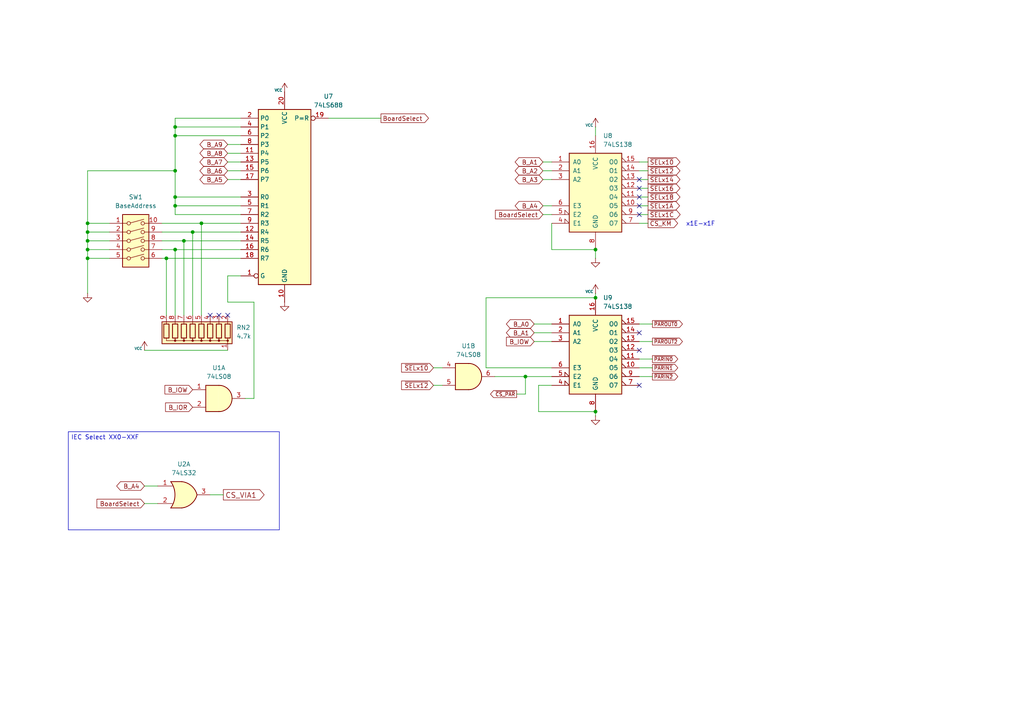
<source format=kicad_sch>
(kicad_sch
	(version 20231120)
	(generator "eeschema")
	(generator_version "8.0")
	(uuid "6686408d-c592-40e4-a2e8-07a8ea09f744")
	(paper "A4")
	(title_block
		(title "ISA MULTI IO ")
		(date "2025-07-19")
		(rev "v1.1")
		(company "DAN WERNER")
	)
	(lib_symbols
		(symbol "74xx:74LS08"
			(pin_names
				(offset 1.016)
			)
			(exclude_from_sim no)
			(in_bom yes)
			(on_board yes)
			(property "Reference" "U"
				(at 0 1.27 0)
				(effects
					(font
						(size 1.27 1.27)
					)
				)
			)
			(property "Value" "74LS08"
				(at 0 -1.27 0)
				(effects
					(font
						(size 1.27 1.27)
					)
				)
			)
			(property "Footprint" ""
				(at 0 0 0)
				(effects
					(font
						(size 1.27 1.27)
					)
					(hide yes)
				)
			)
			(property "Datasheet" "http://www.ti.com/lit/gpn/sn74LS08"
				(at 0 0 0)
				(effects
					(font
						(size 1.27 1.27)
					)
					(hide yes)
				)
			)
			(property "Description" "Quad And2"
				(at 0 0 0)
				(effects
					(font
						(size 1.27 1.27)
					)
					(hide yes)
				)
			)
			(property "ki_locked" ""
				(at 0 0 0)
				(effects
					(font
						(size 1.27 1.27)
					)
				)
			)
			(property "ki_keywords" "TTL and2"
				(at 0 0 0)
				(effects
					(font
						(size 1.27 1.27)
					)
					(hide yes)
				)
			)
			(property "ki_fp_filters" "DIP*W7.62mm*"
				(at 0 0 0)
				(effects
					(font
						(size 1.27 1.27)
					)
					(hide yes)
				)
			)
			(symbol "74LS08_1_1"
				(arc
					(start 0 -3.81)
					(mid 3.7934 0)
					(end 0 3.81)
					(stroke
						(width 0.254)
						(type default)
					)
					(fill
						(type background)
					)
				)
				(polyline
					(pts
						(xy 0 3.81) (xy -3.81 3.81) (xy -3.81 -3.81) (xy 0 -3.81)
					)
					(stroke
						(width 0.254)
						(type default)
					)
					(fill
						(type background)
					)
				)
				(pin input line
					(at -7.62 2.54 0)
					(length 3.81)
					(name "~"
						(effects
							(font
								(size 1.27 1.27)
							)
						)
					)
					(number "1"
						(effects
							(font
								(size 1.27 1.27)
							)
						)
					)
				)
				(pin input line
					(at -7.62 -2.54 0)
					(length 3.81)
					(name "~"
						(effects
							(font
								(size 1.27 1.27)
							)
						)
					)
					(number "2"
						(effects
							(font
								(size 1.27 1.27)
							)
						)
					)
				)
				(pin output line
					(at 7.62 0 180)
					(length 3.81)
					(name "~"
						(effects
							(font
								(size 1.27 1.27)
							)
						)
					)
					(number "3"
						(effects
							(font
								(size 1.27 1.27)
							)
						)
					)
				)
			)
			(symbol "74LS08_1_2"
				(arc
					(start -3.81 -3.81)
					(mid -2.589 0)
					(end -3.81 3.81)
					(stroke
						(width 0.254)
						(type default)
					)
					(fill
						(type none)
					)
				)
				(arc
					(start -0.6096 -3.81)
					(mid 2.1842 -2.5851)
					(end 3.81 0)
					(stroke
						(width 0.254)
						(type default)
					)
					(fill
						(type background)
					)
				)
				(polyline
					(pts
						(xy -3.81 -3.81) (xy -0.635 -3.81)
					)
					(stroke
						(width 0.254)
						(type default)
					)
					(fill
						(type background)
					)
				)
				(polyline
					(pts
						(xy -3.81 3.81) (xy -0.635 3.81)
					)
					(stroke
						(width 0.254)
						(type default)
					)
					(fill
						(type background)
					)
				)
				(polyline
					(pts
						(xy -0.635 3.81) (xy -3.81 3.81) (xy -3.81 3.81) (xy -3.556 3.4036) (xy -3.0226 2.2606) (xy -2.6924 1.0414)
						(xy -2.6162 -0.254) (xy -2.7686 -1.4986) (xy -3.175 -2.7178) (xy -3.81 -3.81) (xy -3.81 -3.81)
						(xy -0.635 -3.81)
					)
					(stroke
						(width -25.4)
						(type default)
					)
					(fill
						(type background)
					)
				)
				(arc
					(start 3.81 0)
					(mid 2.1915 2.5936)
					(end -0.6096 3.81)
					(stroke
						(width 0.254)
						(type default)
					)
					(fill
						(type background)
					)
				)
				(pin input inverted
					(at -7.62 2.54 0)
					(length 4.318)
					(name "~"
						(effects
							(font
								(size 1.27 1.27)
							)
						)
					)
					(number "1"
						(effects
							(font
								(size 1.27 1.27)
							)
						)
					)
				)
				(pin input inverted
					(at -7.62 -2.54 0)
					(length 4.318)
					(name "~"
						(effects
							(font
								(size 1.27 1.27)
							)
						)
					)
					(number "2"
						(effects
							(font
								(size 1.27 1.27)
							)
						)
					)
				)
				(pin output inverted
					(at 7.62 0 180)
					(length 3.81)
					(name "~"
						(effects
							(font
								(size 1.27 1.27)
							)
						)
					)
					(number "3"
						(effects
							(font
								(size 1.27 1.27)
							)
						)
					)
				)
			)
			(symbol "74LS08_2_1"
				(arc
					(start 0 -3.81)
					(mid 3.7934 0)
					(end 0 3.81)
					(stroke
						(width 0.254)
						(type default)
					)
					(fill
						(type background)
					)
				)
				(polyline
					(pts
						(xy 0 3.81) (xy -3.81 3.81) (xy -3.81 -3.81) (xy 0 -3.81)
					)
					(stroke
						(width 0.254)
						(type default)
					)
					(fill
						(type background)
					)
				)
				(pin input line
					(at -7.62 2.54 0)
					(length 3.81)
					(name "~"
						(effects
							(font
								(size 1.27 1.27)
							)
						)
					)
					(number "4"
						(effects
							(font
								(size 1.27 1.27)
							)
						)
					)
				)
				(pin input line
					(at -7.62 -2.54 0)
					(length 3.81)
					(name "~"
						(effects
							(font
								(size 1.27 1.27)
							)
						)
					)
					(number "5"
						(effects
							(font
								(size 1.27 1.27)
							)
						)
					)
				)
				(pin output line
					(at 7.62 0 180)
					(length 3.81)
					(name "~"
						(effects
							(font
								(size 1.27 1.27)
							)
						)
					)
					(number "6"
						(effects
							(font
								(size 1.27 1.27)
							)
						)
					)
				)
			)
			(symbol "74LS08_2_2"
				(arc
					(start -3.81 -3.81)
					(mid -2.589 0)
					(end -3.81 3.81)
					(stroke
						(width 0.254)
						(type default)
					)
					(fill
						(type none)
					)
				)
				(arc
					(start -0.6096 -3.81)
					(mid 2.1842 -2.5851)
					(end 3.81 0)
					(stroke
						(width 0.254)
						(type default)
					)
					(fill
						(type background)
					)
				)
				(polyline
					(pts
						(xy -3.81 -3.81) (xy -0.635 -3.81)
					)
					(stroke
						(width 0.254)
						(type default)
					)
					(fill
						(type background)
					)
				)
				(polyline
					(pts
						(xy -3.81 3.81) (xy -0.635 3.81)
					)
					(stroke
						(width 0.254)
						(type default)
					)
					(fill
						(type background)
					)
				)
				(polyline
					(pts
						(xy -0.635 3.81) (xy -3.81 3.81) (xy -3.81 3.81) (xy -3.556 3.4036) (xy -3.0226 2.2606) (xy -2.6924 1.0414)
						(xy -2.6162 -0.254) (xy -2.7686 -1.4986) (xy -3.175 -2.7178) (xy -3.81 -3.81) (xy -3.81 -3.81)
						(xy -0.635 -3.81)
					)
					(stroke
						(width -25.4)
						(type default)
					)
					(fill
						(type background)
					)
				)
				(arc
					(start 3.81 0)
					(mid 2.1915 2.5936)
					(end -0.6096 3.81)
					(stroke
						(width 0.254)
						(type default)
					)
					(fill
						(type background)
					)
				)
				(pin input inverted
					(at -7.62 2.54 0)
					(length 4.318)
					(name "~"
						(effects
							(font
								(size 1.27 1.27)
							)
						)
					)
					(number "4"
						(effects
							(font
								(size 1.27 1.27)
							)
						)
					)
				)
				(pin input inverted
					(at -7.62 -2.54 0)
					(length 4.318)
					(name "~"
						(effects
							(font
								(size 1.27 1.27)
							)
						)
					)
					(number "5"
						(effects
							(font
								(size 1.27 1.27)
							)
						)
					)
				)
				(pin output inverted
					(at 7.62 0 180)
					(length 3.81)
					(name "~"
						(effects
							(font
								(size 1.27 1.27)
							)
						)
					)
					(number "6"
						(effects
							(font
								(size 1.27 1.27)
							)
						)
					)
				)
			)
			(symbol "74LS08_3_1"
				(arc
					(start 0 -3.81)
					(mid 3.7934 0)
					(end 0 3.81)
					(stroke
						(width 0.254)
						(type default)
					)
					(fill
						(type background)
					)
				)
				(polyline
					(pts
						(xy 0 3.81) (xy -3.81 3.81) (xy -3.81 -3.81) (xy 0 -3.81)
					)
					(stroke
						(width 0.254)
						(type default)
					)
					(fill
						(type background)
					)
				)
				(pin input line
					(at -7.62 -2.54 0)
					(length 3.81)
					(name "~"
						(effects
							(font
								(size 1.27 1.27)
							)
						)
					)
					(number "10"
						(effects
							(font
								(size 1.27 1.27)
							)
						)
					)
				)
				(pin output line
					(at 7.62 0 180)
					(length 3.81)
					(name "~"
						(effects
							(font
								(size 1.27 1.27)
							)
						)
					)
					(number "8"
						(effects
							(font
								(size 1.27 1.27)
							)
						)
					)
				)
				(pin input line
					(at -7.62 2.54 0)
					(length 3.81)
					(name "~"
						(effects
							(font
								(size 1.27 1.27)
							)
						)
					)
					(number "9"
						(effects
							(font
								(size 1.27 1.27)
							)
						)
					)
				)
			)
			(symbol "74LS08_3_2"
				(arc
					(start -3.81 -3.81)
					(mid -2.589 0)
					(end -3.81 3.81)
					(stroke
						(width 0.254)
						(type default)
					)
					(fill
						(type none)
					)
				)
				(arc
					(start -0.6096 -3.81)
					(mid 2.1842 -2.5851)
					(end 3.81 0)
					(stroke
						(width 0.254)
						(type default)
					)
					(fill
						(type background)
					)
				)
				(polyline
					(pts
						(xy -3.81 -3.81) (xy -0.635 -3.81)
					)
					(stroke
						(width 0.254)
						(type default)
					)
					(fill
						(type background)
					)
				)
				(polyline
					(pts
						(xy -3.81 3.81) (xy -0.635 3.81)
					)
					(stroke
						(width 0.254)
						(type default)
					)
					(fill
						(type background)
					)
				)
				(polyline
					(pts
						(xy -0.635 3.81) (xy -3.81 3.81) (xy -3.81 3.81) (xy -3.556 3.4036) (xy -3.0226 2.2606) (xy -2.6924 1.0414)
						(xy -2.6162 -0.254) (xy -2.7686 -1.4986) (xy -3.175 -2.7178) (xy -3.81 -3.81) (xy -3.81 -3.81)
						(xy -0.635 -3.81)
					)
					(stroke
						(width -25.4)
						(type default)
					)
					(fill
						(type background)
					)
				)
				(arc
					(start 3.81 0)
					(mid 2.1915 2.5936)
					(end -0.6096 3.81)
					(stroke
						(width 0.254)
						(type default)
					)
					(fill
						(type background)
					)
				)
				(pin input inverted
					(at -7.62 -2.54 0)
					(length 4.318)
					(name "~"
						(effects
							(font
								(size 1.27 1.27)
							)
						)
					)
					(number "10"
						(effects
							(font
								(size 1.27 1.27)
							)
						)
					)
				)
				(pin output inverted
					(at 7.62 0 180)
					(length 3.81)
					(name "~"
						(effects
							(font
								(size 1.27 1.27)
							)
						)
					)
					(number "8"
						(effects
							(font
								(size 1.27 1.27)
							)
						)
					)
				)
				(pin input inverted
					(at -7.62 2.54 0)
					(length 4.318)
					(name "~"
						(effects
							(font
								(size 1.27 1.27)
							)
						)
					)
					(number "9"
						(effects
							(font
								(size 1.27 1.27)
							)
						)
					)
				)
			)
			(symbol "74LS08_4_1"
				(arc
					(start 0 -3.81)
					(mid 3.7934 0)
					(end 0 3.81)
					(stroke
						(width 0.254)
						(type default)
					)
					(fill
						(type background)
					)
				)
				(polyline
					(pts
						(xy 0 3.81) (xy -3.81 3.81) (xy -3.81 -3.81) (xy 0 -3.81)
					)
					(stroke
						(width 0.254)
						(type default)
					)
					(fill
						(type background)
					)
				)
				(pin output line
					(at 7.62 0 180)
					(length 3.81)
					(name "~"
						(effects
							(font
								(size 1.27 1.27)
							)
						)
					)
					(number "11"
						(effects
							(font
								(size 1.27 1.27)
							)
						)
					)
				)
				(pin input line
					(at -7.62 2.54 0)
					(length 3.81)
					(name "~"
						(effects
							(font
								(size 1.27 1.27)
							)
						)
					)
					(number "12"
						(effects
							(font
								(size 1.27 1.27)
							)
						)
					)
				)
				(pin input line
					(at -7.62 -2.54 0)
					(length 3.81)
					(name "~"
						(effects
							(font
								(size 1.27 1.27)
							)
						)
					)
					(number "13"
						(effects
							(font
								(size 1.27 1.27)
							)
						)
					)
				)
			)
			(symbol "74LS08_4_2"
				(arc
					(start -3.81 -3.81)
					(mid -2.589 0)
					(end -3.81 3.81)
					(stroke
						(width 0.254)
						(type default)
					)
					(fill
						(type none)
					)
				)
				(arc
					(start -0.6096 -3.81)
					(mid 2.1842 -2.5851)
					(end 3.81 0)
					(stroke
						(width 0.254)
						(type default)
					)
					(fill
						(type background)
					)
				)
				(polyline
					(pts
						(xy -3.81 -3.81) (xy -0.635 -3.81)
					)
					(stroke
						(width 0.254)
						(type default)
					)
					(fill
						(type background)
					)
				)
				(polyline
					(pts
						(xy -3.81 3.81) (xy -0.635 3.81)
					)
					(stroke
						(width 0.254)
						(type default)
					)
					(fill
						(type background)
					)
				)
				(polyline
					(pts
						(xy -0.635 3.81) (xy -3.81 3.81) (xy -3.81 3.81) (xy -3.556 3.4036) (xy -3.0226 2.2606) (xy -2.6924 1.0414)
						(xy -2.6162 -0.254) (xy -2.7686 -1.4986) (xy -3.175 -2.7178) (xy -3.81 -3.81) (xy -3.81 -3.81)
						(xy -0.635 -3.81)
					)
					(stroke
						(width -25.4)
						(type default)
					)
					(fill
						(type background)
					)
				)
				(arc
					(start 3.81 0)
					(mid 2.1915 2.5936)
					(end -0.6096 3.81)
					(stroke
						(width 0.254)
						(type default)
					)
					(fill
						(type background)
					)
				)
				(pin output inverted
					(at 7.62 0 180)
					(length 3.81)
					(name "~"
						(effects
							(font
								(size 1.27 1.27)
							)
						)
					)
					(number "11"
						(effects
							(font
								(size 1.27 1.27)
							)
						)
					)
				)
				(pin input inverted
					(at -7.62 2.54 0)
					(length 4.318)
					(name "~"
						(effects
							(font
								(size 1.27 1.27)
							)
						)
					)
					(number "12"
						(effects
							(font
								(size 1.27 1.27)
							)
						)
					)
				)
				(pin input inverted
					(at -7.62 -2.54 0)
					(length 4.318)
					(name "~"
						(effects
							(font
								(size 1.27 1.27)
							)
						)
					)
					(number "13"
						(effects
							(font
								(size 1.27 1.27)
							)
						)
					)
				)
			)
			(symbol "74LS08_5_0"
				(pin power_in line
					(at 0 12.7 270)
					(length 5.08)
					(name "VCC"
						(effects
							(font
								(size 1.27 1.27)
							)
						)
					)
					(number "14"
						(effects
							(font
								(size 1.27 1.27)
							)
						)
					)
				)
				(pin power_in line
					(at 0 -12.7 90)
					(length 5.08)
					(name "GND"
						(effects
							(font
								(size 1.27 1.27)
							)
						)
					)
					(number "7"
						(effects
							(font
								(size 1.27 1.27)
							)
						)
					)
				)
			)
			(symbol "74LS08_5_1"
				(rectangle
					(start -5.08 7.62)
					(end 5.08 -7.62)
					(stroke
						(width 0.254)
						(type default)
					)
					(fill
						(type background)
					)
				)
			)
		)
		(symbol "74xx:74LS138"
			(pin_names
				(offset 1.016)
			)
			(exclude_from_sim no)
			(in_bom yes)
			(on_board yes)
			(property "Reference" "U"
				(at -7.62 11.43 0)
				(effects
					(font
						(size 1.27 1.27)
					)
				)
			)
			(property "Value" "74LS138"
				(at -7.62 -13.97 0)
				(effects
					(font
						(size 1.27 1.27)
					)
				)
			)
			(property "Footprint" ""
				(at 0 0 0)
				(effects
					(font
						(size 1.27 1.27)
					)
					(hide yes)
				)
			)
			(property "Datasheet" "http://www.ti.com/lit/gpn/sn74LS138"
				(at 0 0 0)
				(effects
					(font
						(size 1.27 1.27)
					)
					(hide yes)
				)
			)
			(property "Description" "Decoder 3 to 8 active low outputs"
				(at 0 0 0)
				(effects
					(font
						(size 1.27 1.27)
					)
					(hide yes)
				)
			)
			(property "ki_locked" ""
				(at 0 0 0)
				(effects
					(font
						(size 1.27 1.27)
					)
				)
			)
			(property "ki_keywords" "TTL DECOD DECOD8"
				(at 0 0 0)
				(effects
					(font
						(size 1.27 1.27)
					)
					(hide yes)
				)
			)
			(property "ki_fp_filters" "DIP?16*"
				(at 0 0 0)
				(effects
					(font
						(size 1.27 1.27)
					)
					(hide yes)
				)
			)
			(symbol "74LS138_1_0"
				(pin input line
					(at -12.7 7.62 0)
					(length 5.08)
					(name "A0"
						(effects
							(font
								(size 1.27 1.27)
							)
						)
					)
					(number "1"
						(effects
							(font
								(size 1.27 1.27)
							)
						)
					)
				)
				(pin output output_low
					(at 12.7 -5.08 180)
					(length 5.08)
					(name "O5"
						(effects
							(font
								(size 1.27 1.27)
							)
						)
					)
					(number "10"
						(effects
							(font
								(size 1.27 1.27)
							)
						)
					)
				)
				(pin output output_low
					(at 12.7 -2.54 180)
					(length 5.08)
					(name "O4"
						(effects
							(font
								(size 1.27 1.27)
							)
						)
					)
					(number "11"
						(effects
							(font
								(size 1.27 1.27)
							)
						)
					)
				)
				(pin output output_low
					(at 12.7 0 180)
					(length 5.08)
					(name "O3"
						(effects
							(font
								(size 1.27 1.27)
							)
						)
					)
					(number "12"
						(effects
							(font
								(size 1.27 1.27)
							)
						)
					)
				)
				(pin output output_low
					(at 12.7 2.54 180)
					(length 5.08)
					(name "O2"
						(effects
							(font
								(size 1.27 1.27)
							)
						)
					)
					(number "13"
						(effects
							(font
								(size 1.27 1.27)
							)
						)
					)
				)
				(pin output output_low
					(at 12.7 5.08 180)
					(length 5.08)
					(name "O1"
						(effects
							(font
								(size 1.27 1.27)
							)
						)
					)
					(number "14"
						(effects
							(font
								(size 1.27 1.27)
							)
						)
					)
				)
				(pin output output_low
					(at 12.7 7.62 180)
					(length 5.08)
					(name "O0"
						(effects
							(font
								(size 1.27 1.27)
							)
						)
					)
					(number "15"
						(effects
							(font
								(size 1.27 1.27)
							)
						)
					)
				)
				(pin power_in line
					(at 0 15.24 270)
					(length 5.08)
					(name "VCC"
						(effects
							(font
								(size 1.27 1.27)
							)
						)
					)
					(number "16"
						(effects
							(font
								(size 1.27 1.27)
							)
						)
					)
				)
				(pin input line
					(at -12.7 5.08 0)
					(length 5.08)
					(name "A1"
						(effects
							(font
								(size 1.27 1.27)
							)
						)
					)
					(number "2"
						(effects
							(font
								(size 1.27 1.27)
							)
						)
					)
				)
				(pin input line
					(at -12.7 2.54 0)
					(length 5.08)
					(name "A2"
						(effects
							(font
								(size 1.27 1.27)
							)
						)
					)
					(number "3"
						(effects
							(font
								(size 1.27 1.27)
							)
						)
					)
				)
				(pin input input_low
					(at -12.7 -10.16 0)
					(length 5.08)
					(name "E1"
						(effects
							(font
								(size 1.27 1.27)
							)
						)
					)
					(number "4"
						(effects
							(font
								(size 1.27 1.27)
							)
						)
					)
				)
				(pin input input_low
					(at -12.7 -7.62 0)
					(length 5.08)
					(name "E2"
						(effects
							(font
								(size 1.27 1.27)
							)
						)
					)
					(number "5"
						(effects
							(font
								(size 1.27 1.27)
							)
						)
					)
				)
				(pin input line
					(at -12.7 -5.08 0)
					(length 5.08)
					(name "E3"
						(effects
							(font
								(size 1.27 1.27)
							)
						)
					)
					(number "6"
						(effects
							(font
								(size 1.27 1.27)
							)
						)
					)
				)
				(pin output output_low
					(at 12.7 -10.16 180)
					(length 5.08)
					(name "O7"
						(effects
							(font
								(size 1.27 1.27)
							)
						)
					)
					(number "7"
						(effects
							(font
								(size 1.27 1.27)
							)
						)
					)
				)
				(pin power_in line
					(at 0 -17.78 90)
					(length 5.08)
					(name "GND"
						(effects
							(font
								(size 1.27 1.27)
							)
						)
					)
					(number "8"
						(effects
							(font
								(size 1.27 1.27)
							)
						)
					)
				)
				(pin output output_low
					(at 12.7 -7.62 180)
					(length 5.08)
					(name "O6"
						(effects
							(font
								(size 1.27 1.27)
							)
						)
					)
					(number "9"
						(effects
							(font
								(size 1.27 1.27)
							)
						)
					)
				)
			)
			(symbol "74LS138_1_1"
				(rectangle
					(start -7.62 10.16)
					(end 7.62 -12.7)
					(stroke
						(width 0.254)
						(type default)
					)
					(fill
						(type background)
					)
				)
			)
		)
		(symbol "74xx:74LS32"
			(pin_names
				(offset 1.016)
			)
			(exclude_from_sim no)
			(in_bom yes)
			(on_board yes)
			(property "Reference" "U"
				(at 0 1.27 0)
				(effects
					(font
						(size 1.27 1.27)
					)
				)
			)
			(property "Value" "74LS32"
				(at 0 -1.27 0)
				(effects
					(font
						(size 1.27 1.27)
					)
				)
			)
			(property "Footprint" ""
				(at 0 0 0)
				(effects
					(font
						(size 1.27 1.27)
					)
					(hide yes)
				)
			)
			(property "Datasheet" "http://www.ti.com/lit/gpn/sn74LS32"
				(at 0 0 0)
				(effects
					(font
						(size 1.27 1.27)
					)
					(hide yes)
				)
			)
			(property "Description" "Quad 2-input OR"
				(at 0 0 0)
				(effects
					(font
						(size 1.27 1.27)
					)
					(hide yes)
				)
			)
			(property "ki_locked" ""
				(at 0 0 0)
				(effects
					(font
						(size 1.27 1.27)
					)
				)
			)
			(property "ki_keywords" "TTL Or2"
				(at 0 0 0)
				(effects
					(font
						(size 1.27 1.27)
					)
					(hide yes)
				)
			)
			(property "ki_fp_filters" "DIP?14*"
				(at 0 0 0)
				(effects
					(font
						(size 1.27 1.27)
					)
					(hide yes)
				)
			)
			(symbol "74LS32_1_1"
				(arc
					(start -3.81 -3.81)
					(mid -2.589 0)
					(end -3.81 3.81)
					(stroke
						(width 0.254)
						(type default)
					)
					(fill
						(type none)
					)
				)
				(arc
					(start -0.6096 -3.81)
					(mid 2.1842 -2.5851)
					(end 3.81 0)
					(stroke
						(width 0.254)
						(type default)
					)
					(fill
						(type background)
					)
				)
				(polyline
					(pts
						(xy -3.81 -3.81) (xy -0.635 -3.81)
					)
					(stroke
						(width 0.254)
						(type default)
					)
					(fill
						(type background)
					)
				)
				(polyline
					(pts
						(xy -3.81 3.81) (xy -0.635 3.81)
					)
					(stroke
						(width 0.254)
						(type default)
					)
					(fill
						(type background)
					)
				)
				(polyline
					(pts
						(xy -0.635 3.81) (xy -3.81 3.81) (xy -3.81 3.81) (xy -3.556 3.4036) (xy -3.0226 2.2606) (xy -2.6924 1.0414)
						(xy -2.6162 -0.254) (xy -2.7686 -1.4986) (xy -3.175 -2.7178) (xy -3.81 -3.81) (xy -3.81 -3.81)
						(xy -0.635 -3.81)
					)
					(stroke
						(width -25.4)
						(type default)
					)
					(fill
						(type background)
					)
				)
				(arc
					(start 3.81 0)
					(mid 2.1915 2.5936)
					(end -0.6096 3.81)
					(stroke
						(width 0.254)
						(type default)
					)
					(fill
						(type background)
					)
				)
				(pin input line
					(at -7.62 2.54 0)
					(length 4.318)
					(name "~"
						(effects
							(font
								(size 1.27 1.27)
							)
						)
					)
					(number "1"
						(effects
							(font
								(size 1.27 1.27)
							)
						)
					)
				)
				(pin input line
					(at -7.62 -2.54 0)
					(length 4.318)
					(name "~"
						(effects
							(font
								(size 1.27 1.27)
							)
						)
					)
					(number "2"
						(effects
							(font
								(size 1.27 1.27)
							)
						)
					)
				)
				(pin output line
					(at 7.62 0 180)
					(length 3.81)
					(name "~"
						(effects
							(font
								(size 1.27 1.27)
							)
						)
					)
					(number "3"
						(effects
							(font
								(size 1.27 1.27)
							)
						)
					)
				)
			)
			(symbol "74LS32_1_2"
				(arc
					(start 0 -3.81)
					(mid 3.7934 0)
					(end 0 3.81)
					(stroke
						(width 0.254)
						(type default)
					)
					(fill
						(type background)
					)
				)
				(polyline
					(pts
						(xy 0 3.81) (xy -3.81 3.81) (xy -3.81 -3.81) (xy 0 -3.81)
					)
					(stroke
						(width 0.254)
						(type default)
					)
					(fill
						(type background)
					)
				)
				(pin input inverted
					(at -7.62 2.54 0)
					(length 3.81)
					(name "~"
						(effects
							(font
								(size 1.27 1.27)
							)
						)
					)
					(number "1"
						(effects
							(font
								(size 1.27 1.27)
							)
						)
					)
				)
				(pin input inverted
					(at -7.62 -2.54 0)
					(length 3.81)
					(name "~"
						(effects
							(font
								(size 1.27 1.27)
							)
						)
					)
					(number "2"
						(effects
							(font
								(size 1.27 1.27)
							)
						)
					)
				)
				(pin output inverted
					(at 7.62 0 180)
					(length 3.81)
					(name "~"
						(effects
							(font
								(size 1.27 1.27)
							)
						)
					)
					(number "3"
						(effects
							(font
								(size 1.27 1.27)
							)
						)
					)
				)
			)
			(symbol "74LS32_2_1"
				(arc
					(start -3.81 -3.81)
					(mid -2.589 0)
					(end -3.81 3.81)
					(stroke
						(width 0.254)
						(type default)
					)
					(fill
						(type none)
					)
				)
				(arc
					(start -0.6096 -3.81)
					(mid 2.1842 -2.5851)
					(end 3.81 0)
					(stroke
						(width 0.254)
						(type default)
					)
					(fill
						(type background)
					)
				)
				(polyline
					(pts
						(xy -3.81 -3.81) (xy -0.635 -3.81)
					)
					(stroke
						(width 0.254)
						(type default)
					)
					(fill
						(type background)
					)
				)
				(polyline
					(pts
						(xy -3.81 3.81) (xy -0.635 3.81)
					)
					(stroke
						(width 0.254)
						(type default)
					)
					(fill
						(type background)
					)
				)
				(polyline
					(pts
						(xy -0.635 3.81) (xy -3.81 3.81) (xy -3.81 3.81) (xy -3.556 3.4036) (xy -3.0226 2.2606) (xy -2.6924 1.0414)
						(xy -2.6162 -0.254) (xy -2.7686 -1.4986) (xy -3.175 -2.7178) (xy -3.81 -3.81) (xy -3.81 -3.81)
						(xy -0.635 -3.81)
					)
					(stroke
						(width -25.4)
						(type default)
					)
					(fill
						(type background)
					)
				)
				(arc
					(start 3.81 0)
					(mid 2.1915 2.5936)
					(end -0.6096 3.81)
					(stroke
						(width 0.254)
						(type default)
					)
					(fill
						(type background)
					)
				)
				(pin input line
					(at -7.62 2.54 0)
					(length 4.318)
					(name "~"
						(effects
							(font
								(size 1.27 1.27)
							)
						)
					)
					(number "4"
						(effects
							(font
								(size 1.27 1.27)
							)
						)
					)
				)
				(pin input line
					(at -7.62 -2.54 0)
					(length 4.318)
					(name "~"
						(effects
							(font
								(size 1.27 1.27)
							)
						)
					)
					(number "5"
						(effects
							(font
								(size 1.27 1.27)
							)
						)
					)
				)
				(pin output line
					(at 7.62 0 180)
					(length 3.81)
					(name "~"
						(effects
							(font
								(size 1.27 1.27)
							)
						)
					)
					(number "6"
						(effects
							(font
								(size 1.27 1.27)
							)
						)
					)
				)
			)
			(symbol "74LS32_2_2"
				(arc
					(start 0 -3.81)
					(mid 3.7934 0)
					(end 0 3.81)
					(stroke
						(width 0.254)
						(type default)
					)
					(fill
						(type background)
					)
				)
				(polyline
					(pts
						(xy 0 3.81) (xy -3.81 3.81) (xy -3.81 -3.81) (xy 0 -3.81)
					)
					(stroke
						(width 0.254)
						(type default)
					)
					(fill
						(type background)
					)
				)
				(pin input inverted
					(at -7.62 2.54 0)
					(length 3.81)
					(name "~"
						(effects
							(font
								(size 1.27 1.27)
							)
						)
					)
					(number "4"
						(effects
							(font
								(size 1.27 1.27)
							)
						)
					)
				)
				(pin input inverted
					(at -7.62 -2.54 0)
					(length 3.81)
					(name "~"
						(effects
							(font
								(size 1.27 1.27)
							)
						)
					)
					(number "5"
						(effects
							(font
								(size 1.27 1.27)
							)
						)
					)
				)
				(pin output inverted
					(at 7.62 0 180)
					(length 3.81)
					(name "~"
						(effects
							(font
								(size 1.27 1.27)
							)
						)
					)
					(number "6"
						(effects
							(font
								(size 1.27 1.27)
							)
						)
					)
				)
			)
			(symbol "74LS32_3_1"
				(arc
					(start -3.81 -3.81)
					(mid -2.589 0)
					(end -3.81 3.81)
					(stroke
						(width 0.254)
						(type default)
					)
					(fill
						(type none)
					)
				)
				(arc
					(start -0.6096 -3.81)
					(mid 2.1842 -2.5851)
					(end 3.81 0)
					(stroke
						(width 0.254)
						(type default)
					)
					(fill
						(type background)
					)
				)
				(polyline
					(pts
						(xy -3.81 -3.81) (xy -0.635 -3.81)
					)
					(stroke
						(width 0.254)
						(type default)
					)
					(fill
						(type background)
					)
				)
				(polyline
					(pts
						(xy -3.81 3.81) (xy -0.635 3.81)
					)
					(stroke
						(width 0.254)
						(type default)
					)
					(fill
						(type background)
					)
				)
				(polyline
					(pts
						(xy -0.635 3.81) (xy -3.81 3.81) (xy -3.81 3.81) (xy -3.556 3.4036) (xy -3.0226 2.2606) (xy -2.6924 1.0414)
						(xy -2.6162 -0.254) (xy -2.7686 -1.4986) (xy -3.175 -2.7178) (xy -3.81 -3.81) (xy -3.81 -3.81)
						(xy -0.635 -3.81)
					)
					(stroke
						(width -25.4)
						(type default)
					)
					(fill
						(type background)
					)
				)
				(arc
					(start 3.81 0)
					(mid 2.1915 2.5936)
					(end -0.6096 3.81)
					(stroke
						(width 0.254)
						(type default)
					)
					(fill
						(type background)
					)
				)
				(pin input line
					(at -7.62 -2.54 0)
					(length 4.318)
					(name "~"
						(effects
							(font
								(size 1.27 1.27)
							)
						)
					)
					(number "10"
						(effects
							(font
								(size 1.27 1.27)
							)
						)
					)
				)
				(pin output line
					(at 7.62 0 180)
					(length 3.81)
					(name "~"
						(effects
							(font
								(size 1.27 1.27)
							)
						)
					)
					(number "8"
						(effects
							(font
								(size 1.27 1.27)
							)
						)
					)
				)
				(pin input line
					(at -7.62 2.54 0)
					(length 4.318)
					(name "~"
						(effects
							(font
								(size 1.27 1.27)
							)
						)
					)
					(number "9"
						(effects
							(font
								(size 1.27 1.27)
							)
						)
					)
				)
			)
			(symbol "74LS32_3_2"
				(arc
					(start 0 -3.81)
					(mid 3.7934 0)
					(end 0 3.81)
					(stroke
						(width 0.254)
						(type default)
					)
					(fill
						(type background)
					)
				)
				(polyline
					(pts
						(xy 0 3.81) (xy -3.81 3.81) (xy -3.81 -3.81) (xy 0 -3.81)
					)
					(stroke
						(width 0.254)
						(type default)
					)
					(fill
						(type background)
					)
				)
				(pin input inverted
					(at -7.62 -2.54 0)
					(length 3.81)
					(name "~"
						(effects
							(font
								(size 1.27 1.27)
							)
						)
					)
					(number "10"
						(effects
							(font
								(size 1.27 1.27)
							)
						)
					)
				)
				(pin output inverted
					(at 7.62 0 180)
					(length 3.81)
					(name "~"
						(effects
							(font
								(size 1.27 1.27)
							)
						)
					)
					(number "8"
						(effects
							(font
								(size 1.27 1.27)
							)
						)
					)
				)
				(pin input inverted
					(at -7.62 2.54 0)
					(length 3.81)
					(name "~"
						(effects
							(font
								(size 1.27 1.27)
							)
						)
					)
					(number "9"
						(effects
							(font
								(size 1.27 1.27)
							)
						)
					)
				)
			)
			(symbol "74LS32_4_1"
				(arc
					(start -3.81 -3.81)
					(mid -2.589 0)
					(end -3.81 3.81)
					(stroke
						(width 0.254)
						(type default)
					)
					(fill
						(type none)
					)
				)
				(arc
					(start -0.6096 -3.81)
					(mid 2.1842 -2.5851)
					(end 3.81 0)
					(stroke
						(width 0.254)
						(type default)
					)
					(fill
						(type background)
					)
				)
				(polyline
					(pts
						(xy -3.81 -3.81) (xy -0.635 -3.81)
					)
					(stroke
						(width 0.254)
						(type default)
					)
					(fill
						(type background)
					)
				)
				(polyline
					(pts
						(xy -3.81 3.81) (xy -0.635 3.81)
					)
					(stroke
						(width 0.254)
						(type default)
					)
					(fill
						(type background)
					)
				)
				(polyline
					(pts
						(xy -0.635 3.81) (xy -3.81 3.81) (xy -3.81 3.81) (xy -3.556 3.4036) (xy -3.0226 2.2606) (xy -2.6924 1.0414)
						(xy -2.6162 -0.254) (xy -2.7686 -1.4986) (xy -3.175 -2.7178) (xy -3.81 -3.81) (xy -3.81 -3.81)
						(xy -0.635 -3.81)
					)
					(stroke
						(width -25.4)
						(type default)
					)
					(fill
						(type background)
					)
				)
				(arc
					(start 3.81 0)
					(mid 2.1915 2.5936)
					(end -0.6096 3.81)
					(stroke
						(width 0.254)
						(type default)
					)
					(fill
						(type background)
					)
				)
				(pin output line
					(at 7.62 0 180)
					(length 3.81)
					(name "~"
						(effects
							(font
								(size 1.27 1.27)
							)
						)
					)
					(number "11"
						(effects
							(font
								(size 1.27 1.27)
							)
						)
					)
				)
				(pin input line
					(at -7.62 2.54 0)
					(length 4.318)
					(name "~"
						(effects
							(font
								(size 1.27 1.27)
							)
						)
					)
					(number "12"
						(effects
							(font
								(size 1.27 1.27)
							)
						)
					)
				)
				(pin input line
					(at -7.62 -2.54 0)
					(length 4.318)
					(name "~"
						(effects
							(font
								(size 1.27 1.27)
							)
						)
					)
					(number "13"
						(effects
							(font
								(size 1.27 1.27)
							)
						)
					)
				)
			)
			(symbol "74LS32_4_2"
				(arc
					(start 0 -3.81)
					(mid 3.7934 0)
					(end 0 3.81)
					(stroke
						(width 0.254)
						(type default)
					)
					(fill
						(type background)
					)
				)
				(polyline
					(pts
						(xy 0 3.81) (xy -3.81 3.81) (xy -3.81 -3.81) (xy 0 -3.81)
					)
					(stroke
						(width 0.254)
						(type default)
					)
					(fill
						(type background)
					)
				)
				(pin output inverted
					(at 7.62 0 180)
					(length 3.81)
					(name "~"
						(effects
							(font
								(size 1.27 1.27)
							)
						)
					)
					(number "11"
						(effects
							(font
								(size 1.27 1.27)
							)
						)
					)
				)
				(pin input inverted
					(at -7.62 2.54 0)
					(length 3.81)
					(name "~"
						(effects
							(font
								(size 1.27 1.27)
							)
						)
					)
					(number "12"
						(effects
							(font
								(size 1.27 1.27)
							)
						)
					)
				)
				(pin input inverted
					(at -7.62 -2.54 0)
					(length 3.81)
					(name "~"
						(effects
							(font
								(size 1.27 1.27)
							)
						)
					)
					(number "13"
						(effects
							(font
								(size 1.27 1.27)
							)
						)
					)
				)
			)
			(symbol "74LS32_5_0"
				(pin power_in line
					(at 0 12.7 270)
					(length 5.08)
					(name "VCC"
						(effects
							(font
								(size 1.27 1.27)
							)
						)
					)
					(number "14"
						(effects
							(font
								(size 1.27 1.27)
							)
						)
					)
				)
				(pin power_in line
					(at 0 -12.7 90)
					(length 5.08)
					(name "GND"
						(effects
							(font
								(size 1.27 1.27)
							)
						)
					)
					(number "7"
						(effects
							(font
								(size 1.27 1.27)
							)
						)
					)
				)
			)
			(symbol "74LS32_5_1"
				(rectangle
					(start -5.08 7.62)
					(end 5.08 -7.62)
					(stroke
						(width 0.254)
						(type default)
					)
					(fill
						(type background)
					)
				)
			)
		)
		(symbol "74xx:74LS688"
			(exclude_from_sim no)
			(in_bom yes)
			(on_board yes)
			(property "Reference" "U"
				(at -7.62 26.67 0)
				(effects
					(font
						(size 1.27 1.27)
					)
				)
			)
			(property "Value" "74LS688"
				(at -7.62 -26.67 0)
				(effects
					(font
						(size 1.27 1.27)
					)
				)
			)
			(property "Footprint" ""
				(at 0 0 0)
				(effects
					(font
						(size 1.27 1.27)
					)
					(hide yes)
				)
			)
			(property "Datasheet" "http://www.ti.com/lit/gpn/sn74LS688"
				(at 0 0 0)
				(effects
					(font
						(size 1.27 1.27)
					)
					(hide yes)
				)
			)
			(property "Description" "8-bit magnitude comparator"
				(at 0 0 0)
				(effects
					(font
						(size 1.27 1.27)
					)
					(hide yes)
				)
			)
			(property "ki_keywords" "TTL DECOD Arith"
				(at 0 0 0)
				(effects
					(font
						(size 1.27 1.27)
					)
					(hide yes)
				)
			)
			(property "ki_fp_filters" "DIP?20* SOIC?20* SO?20* TSSOP?20*"
				(at 0 0 0)
				(effects
					(font
						(size 1.27 1.27)
					)
					(hide yes)
				)
			)
			(symbol "74LS688_1_0"
				(pin input inverted
					(at -12.7 -22.86 0)
					(length 5.08)
					(name "G"
						(effects
							(font
								(size 1.27 1.27)
							)
						)
					)
					(number "1"
						(effects
							(font
								(size 1.27 1.27)
							)
						)
					)
				)
				(pin power_in line
					(at 0 -30.48 90)
					(length 5.08)
					(name "GND"
						(effects
							(font
								(size 1.27 1.27)
							)
						)
					)
					(number "10"
						(effects
							(font
								(size 1.27 1.27)
							)
						)
					)
				)
				(pin input line
					(at -12.7 12.7 0)
					(length 5.08)
					(name "P4"
						(effects
							(font
								(size 1.27 1.27)
							)
						)
					)
					(number "11"
						(effects
							(font
								(size 1.27 1.27)
							)
						)
					)
				)
				(pin input line
					(at -12.7 -10.16 0)
					(length 5.08)
					(name "R4"
						(effects
							(font
								(size 1.27 1.27)
							)
						)
					)
					(number "12"
						(effects
							(font
								(size 1.27 1.27)
							)
						)
					)
				)
				(pin input line
					(at -12.7 10.16 0)
					(length 5.08)
					(name "P5"
						(effects
							(font
								(size 1.27 1.27)
							)
						)
					)
					(number "13"
						(effects
							(font
								(size 1.27 1.27)
							)
						)
					)
				)
				(pin input line
					(at -12.7 -12.7 0)
					(length 5.08)
					(name "R5"
						(effects
							(font
								(size 1.27 1.27)
							)
						)
					)
					(number "14"
						(effects
							(font
								(size 1.27 1.27)
							)
						)
					)
				)
				(pin input line
					(at -12.7 7.62 0)
					(length 5.08)
					(name "P6"
						(effects
							(font
								(size 1.27 1.27)
							)
						)
					)
					(number "15"
						(effects
							(font
								(size 1.27 1.27)
							)
						)
					)
				)
				(pin input line
					(at -12.7 -15.24 0)
					(length 5.08)
					(name "R6"
						(effects
							(font
								(size 1.27 1.27)
							)
						)
					)
					(number "16"
						(effects
							(font
								(size 1.27 1.27)
							)
						)
					)
				)
				(pin input line
					(at -12.7 5.08 0)
					(length 5.08)
					(name "P7"
						(effects
							(font
								(size 1.27 1.27)
							)
						)
					)
					(number "17"
						(effects
							(font
								(size 1.27 1.27)
							)
						)
					)
				)
				(pin input line
					(at -12.7 -17.78 0)
					(length 5.08)
					(name "R7"
						(effects
							(font
								(size 1.27 1.27)
							)
						)
					)
					(number "18"
						(effects
							(font
								(size 1.27 1.27)
							)
						)
					)
				)
				(pin output inverted
					(at 12.7 22.86 180)
					(length 5.08)
					(name "P=R"
						(effects
							(font
								(size 1.27 1.27)
							)
						)
					)
					(number "19"
						(effects
							(font
								(size 1.27 1.27)
							)
						)
					)
				)
				(pin input line
					(at -12.7 22.86 0)
					(length 5.08)
					(name "P0"
						(effects
							(font
								(size 1.27 1.27)
							)
						)
					)
					(number "2"
						(effects
							(font
								(size 1.27 1.27)
							)
						)
					)
				)
				(pin power_in line
					(at 0 30.48 270)
					(length 5.08)
					(name "VCC"
						(effects
							(font
								(size 1.27 1.27)
							)
						)
					)
					(number "20"
						(effects
							(font
								(size 1.27 1.27)
							)
						)
					)
				)
				(pin input line
					(at -12.7 0 0)
					(length 5.08)
					(name "R0"
						(effects
							(font
								(size 1.27 1.27)
							)
						)
					)
					(number "3"
						(effects
							(font
								(size 1.27 1.27)
							)
						)
					)
				)
				(pin input line
					(at -12.7 20.32 0)
					(length 5.08)
					(name "P1"
						(effects
							(font
								(size 1.27 1.27)
							)
						)
					)
					(number "4"
						(effects
							(font
								(size 1.27 1.27)
							)
						)
					)
				)
				(pin input line
					(at -12.7 -2.54 0)
					(length 5.08)
					(name "R1"
						(effects
							(font
								(size 1.27 1.27)
							)
						)
					)
					(number "5"
						(effects
							(font
								(size 1.27 1.27)
							)
						)
					)
				)
				(pin input line
					(at -12.7 17.78 0)
					(length 5.08)
					(name "P2"
						(effects
							(font
								(size 1.27 1.27)
							)
						)
					)
					(number "6"
						(effects
							(font
								(size 1.27 1.27)
							)
						)
					)
				)
				(pin input line
					(at -12.7 -5.08 0)
					(length 5.08)
					(name "R2"
						(effects
							(font
								(size 1.27 1.27)
							)
						)
					)
					(number "7"
						(effects
							(font
								(size 1.27 1.27)
							)
						)
					)
				)
				(pin input line
					(at -12.7 15.24 0)
					(length 5.08)
					(name "P3"
						(effects
							(font
								(size 1.27 1.27)
							)
						)
					)
					(number "8"
						(effects
							(font
								(size 1.27 1.27)
							)
						)
					)
				)
				(pin input line
					(at -12.7 -7.62 0)
					(length 5.08)
					(name "R3"
						(effects
							(font
								(size 1.27 1.27)
							)
						)
					)
					(number "9"
						(effects
							(font
								(size 1.27 1.27)
							)
						)
					)
				)
			)
			(symbol "74LS688_1_1"
				(rectangle
					(start -7.62 25.4)
					(end 7.62 -25.4)
					(stroke
						(width 0.254)
						(type default)
					)
					(fill
						(type background)
					)
				)
			)
		)
		(symbol "Device:R_Network08"
			(pin_names
				(offset 0) hide)
			(exclude_from_sim no)
			(in_bom yes)
			(on_board yes)
			(property "Reference" "RN"
				(at -12.7 0 90)
				(effects
					(font
						(size 1.27 1.27)
					)
				)
			)
			(property "Value" "R_Network08"
				(at 10.16 0 90)
				(effects
					(font
						(size 1.27 1.27)
					)
				)
			)
			(property "Footprint" "Resistor_THT:R_Array_SIP9"
				(at 12.065 0 90)
				(effects
					(font
						(size 1.27 1.27)
					)
					(hide yes)
				)
			)
			(property "Datasheet" "http://www.vishay.com/docs/31509/csc.pdf"
				(at 0 0 0)
				(effects
					(font
						(size 1.27 1.27)
					)
					(hide yes)
				)
			)
			(property "Description" "8 resistor network, star topology, bussed resistors, small symbol"
				(at 0 0 0)
				(effects
					(font
						(size 1.27 1.27)
					)
					(hide yes)
				)
			)
			(property "ki_keywords" "R network star-topology"
				(at 0 0 0)
				(effects
					(font
						(size 1.27 1.27)
					)
					(hide yes)
				)
			)
			(property "ki_fp_filters" "R?Array?SIP*"
				(at 0 0 0)
				(effects
					(font
						(size 1.27 1.27)
					)
					(hide yes)
				)
			)
			(symbol "R_Network08_0_1"
				(rectangle
					(start -11.43 -3.175)
					(end 8.89 3.175)
					(stroke
						(width 0.254)
						(type default)
					)
					(fill
						(type background)
					)
				)
				(rectangle
					(start -10.922 1.524)
					(end -9.398 -2.54)
					(stroke
						(width 0.254)
						(type default)
					)
					(fill
						(type none)
					)
				)
				(circle
					(center -10.16 2.286)
					(radius 0.254)
					(stroke
						(width 0)
						(type default)
					)
					(fill
						(type outline)
					)
				)
				(rectangle
					(start -8.382 1.524)
					(end -6.858 -2.54)
					(stroke
						(width 0.254)
						(type default)
					)
					(fill
						(type none)
					)
				)
				(circle
					(center -7.62 2.286)
					(radius 0.254)
					(stroke
						(width 0)
						(type default)
					)
					(fill
						(type outline)
					)
				)
				(rectangle
					(start -5.842 1.524)
					(end -4.318 -2.54)
					(stroke
						(width 0.254)
						(type default)
					)
					(fill
						(type none)
					)
				)
				(circle
					(center -5.08 2.286)
					(radius 0.254)
					(stroke
						(width 0)
						(type default)
					)
					(fill
						(type outline)
					)
				)
				(rectangle
					(start -3.302 1.524)
					(end -1.778 -2.54)
					(stroke
						(width 0.254)
						(type default)
					)
					(fill
						(type none)
					)
				)
				(circle
					(center -2.54 2.286)
					(radius 0.254)
					(stroke
						(width 0)
						(type default)
					)
					(fill
						(type outline)
					)
				)
				(rectangle
					(start -0.762 1.524)
					(end 0.762 -2.54)
					(stroke
						(width 0.254)
						(type default)
					)
					(fill
						(type none)
					)
				)
				(polyline
					(pts
						(xy -10.16 -2.54) (xy -10.16 -3.81)
					)
					(stroke
						(width 0)
						(type default)
					)
					(fill
						(type none)
					)
				)
				(polyline
					(pts
						(xy -7.62 -2.54) (xy -7.62 -3.81)
					)
					(stroke
						(width 0)
						(type default)
					)
					(fill
						(type none)
					)
				)
				(polyline
					(pts
						(xy -5.08 -2.54) (xy -5.08 -3.81)
					)
					(stroke
						(width 0)
						(type default)
					)
					(fill
						(type none)
					)
				)
				(polyline
					(pts
						(xy -2.54 -2.54) (xy -2.54 -3.81)
					)
					(stroke
						(width 0)
						(type default)
					)
					(fill
						(type none)
					)
				)
				(polyline
					(pts
						(xy 0 -2.54) (xy 0 -3.81)
					)
					(stroke
						(width 0)
						(type default)
					)
					(fill
						(type none)
					)
				)
				(polyline
					(pts
						(xy 2.54 -2.54) (xy 2.54 -3.81)
					)
					(stroke
						(width 0)
						(type default)
					)
					(fill
						(type none)
					)
				)
				(polyline
					(pts
						(xy 5.08 -2.54) (xy 5.08 -3.81)
					)
					(stroke
						(width 0)
						(type default)
					)
					(fill
						(type none)
					)
				)
				(polyline
					(pts
						(xy 7.62 -2.54) (xy 7.62 -3.81)
					)
					(stroke
						(width 0)
						(type default)
					)
					(fill
						(type none)
					)
				)
				(polyline
					(pts
						(xy -10.16 1.524) (xy -10.16 2.286) (xy -7.62 2.286) (xy -7.62 1.524)
					)
					(stroke
						(width 0)
						(type default)
					)
					(fill
						(type none)
					)
				)
				(polyline
					(pts
						(xy -7.62 1.524) (xy -7.62 2.286) (xy -5.08 2.286) (xy -5.08 1.524)
					)
					(stroke
						(width 0)
						(type default)
					)
					(fill
						(type none)
					)
				)
				(polyline
					(pts
						(xy -5.08 1.524) (xy -5.08 2.286) (xy -2.54 2.286) (xy -2.54 1.524)
					)
					(stroke
						(width 0)
						(type default)
					)
					(fill
						(type none)
					)
				)
				(polyline
					(pts
						(xy -2.54 1.524) (xy -2.54 2.286) (xy 0 2.286) (xy 0 1.524)
					)
					(stroke
						(width 0)
						(type default)
					)
					(fill
						(type none)
					)
				)
				(polyline
					(pts
						(xy 0 1.524) (xy 0 2.286) (xy 2.54 2.286) (xy 2.54 1.524)
					)
					(stroke
						(width 0)
						(type default)
					)
					(fill
						(type none)
					)
				)
				(polyline
					(pts
						(xy 2.54 1.524) (xy 2.54 2.286) (xy 5.08 2.286) (xy 5.08 1.524)
					)
					(stroke
						(width 0)
						(type default)
					)
					(fill
						(type none)
					)
				)
				(polyline
					(pts
						(xy 5.08 1.524) (xy 5.08 2.286) (xy 7.62 2.286) (xy 7.62 1.524)
					)
					(stroke
						(width 0)
						(type default)
					)
					(fill
						(type none)
					)
				)
				(circle
					(center 0 2.286)
					(radius 0.254)
					(stroke
						(width 0)
						(type default)
					)
					(fill
						(type outline)
					)
				)
				(rectangle
					(start 1.778 1.524)
					(end 3.302 -2.54)
					(stroke
						(width 0.254)
						(type default)
					)
					(fill
						(type none)
					)
				)
				(circle
					(center 2.54 2.286)
					(radius 0.254)
					(stroke
						(width 0)
						(type default)
					)
					(fill
						(type outline)
					)
				)
				(rectangle
					(start 4.318 1.524)
					(end 5.842 -2.54)
					(stroke
						(width 0.254)
						(type default)
					)
					(fill
						(type none)
					)
				)
				(circle
					(center 5.08 2.286)
					(radius 0.254)
					(stroke
						(width 0)
						(type default)
					)
					(fill
						(type outline)
					)
				)
				(rectangle
					(start 6.858 1.524)
					(end 8.382 -2.54)
					(stroke
						(width 0.254)
						(type default)
					)
					(fill
						(type none)
					)
				)
			)
			(symbol "R_Network08_1_1"
				(pin passive line
					(at -10.16 5.08 270)
					(length 2.54)
					(name "common"
						(effects
							(font
								(size 1.27 1.27)
							)
						)
					)
					(number "1"
						(effects
							(font
								(size 1.27 1.27)
							)
						)
					)
				)
				(pin passive line
					(at -10.16 -5.08 90)
					(length 1.27)
					(name "R1"
						(effects
							(font
								(size 1.27 1.27)
							)
						)
					)
					(number "2"
						(effects
							(font
								(size 1.27 1.27)
							)
						)
					)
				)
				(pin passive line
					(at -7.62 -5.08 90)
					(length 1.27)
					(name "R2"
						(effects
							(font
								(size 1.27 1.27)
							)
						)
					)
					(number "3"
						(effects
							(font
								(size 1.27 1.27)
							)
						)
					)
				)
				(pin passive line
					(at -5.08 -5.08 90)
					(length 1.27)
					(name "R3"
						(effects
							(font
								(size 1.27 1.27)
							)
						)
					)
					(number "4"
						(effects
							(font
								(size 1.27 1.27)
							)
						)
					)
				)
				(pin passive line
					(at -2.54 -5.08 90)
					(length 1.27)
					(name "R4"
						(effects
							(font
								(size 1.27 1.27)
							)
						)
					)
					(number "5"
						(effects
							(font
								(size 1.27 1.27)
							)
						)
					)
				)
				(pin passive line
					(at 0 -5.08 90)
					(length 1.27)
					(name "R5"
						(effects
							(font
								(size 1.27 1.27)
							)
						)
					)
					(number "6"
						(effects
							(font
								(size 1.27 1.27)
							)
						)
					)
				)
				(pin passive line
					(at 2.54 -5.08 90)
					(length 1.27)
					(name "R6"
						(effects
							(font
								(size 1.27 1.27)
							)
						)
					)
					(number "7"
						(effects
							(font
								(size 1.27 1.27)
							)
						)
					)
				)
				(pin passive line
					(at 5.08 -5.08 90)
					(length 1.27)
					(name "R7"
						(effects
							(font
								(size 1.27 1.27)
							)
						)
					)
					(number "8"
						(effects
							(font
								(size 1.27 1.27)
							)
						)
					)
				)
				(pin passive line
					(at 7.62 -5.08 90)
					(length 1.27)
					(name "R8"
						(effects
							(font
								(size 1.27 1.27)
							)
						)
					)
					(number "9"
						(effects
							(font
								(size 1.27 1.27)
							)
						)
					)
				)
			)
		)
		(symbol "Switch:SW_DIP_x05"
			(pin_names
				(offset 0) hide)
			(exclude_from_sim no)
			(in_bom yes)
			(on_board yes)
			(property "Reference" "SW"
				(at 0 8.89 0)
				(effects
					(font
						(size 1.27 1.27)
					)
				)
			)
			(property "Value" "SW_DIP_x05"
				(at 0 -8.89 0)
				(effects
					(font
						(size 1.27 1.27)
					)
				)
			)
			(property "Footprint" ""
				(at 0 0 0)
				(effects
					(font
						(size 1.27 1.27)
					)
					(hide yes)
				)
			)
			(property "Datasheet" "~"
				(at 0 0 0)
				(effects
					(font
						(size 1.27 1.27)
					)
					(hide yes)
				)
			)
			(property "Description" "5x DIP Switch, Single Pole Single Throw (SPST) switch, small symbol"
				(at 0 0 0)
				(effects
					(font
						(size 1.27 1.27)
					)
					(hide yes)
				)
			)
			(property "ki_keywords" "dip switch"
				(at 0 0 0)
				(effects
					(font
						(size 1.27 1.27)
					)
					(hide yes)
				)
			)
			(property "ki_fp_filters" "SW?DIP?x5*"
				(at 0 0 0)
				(effects
					(font
						(size 1.27 1.27)
					)
					(hide yes)
				)
			)
			(symbol "SW_DIP_x05_0_0"
				(circle
					(center -2.032 -5.08)
					(radius 0.508)
					(stroke
						(width 0)
						(type default)
					)
					(fill
						(type none)
					)
				)
				(circle
					(center -2.032 -2.54)
					(radius 0.508)
					(stroke
						(width 0)
						(type default)
					)
					(fill
						(type none)
					)
				)
				(circle
					(center -2.032 0)
					(radius 0.508)
					(stroke
						(width 0)
						(type default)
					)
					(fill
						(type none)
					)
				)
				(circle
					(center -2.032 2.54)
					(radius 0.508)
					(stroke
						(width 0)
						(type default)
					)
					(fill
						(type none)
					)
				)
				(circle
					(center -2.032 5.08)
					(radius 0.508)
					(stroke
						(width 0)
						(type default)
					)
					(fill
						(type none)
					)
				)
				(polyline
					(pts
						(xy -1.524 -4.9276) (xy 2.3622 -3.8862)
					)
					(stroke
						(width 0)
						(type default)
					)
					(fill
						(type none)
					)
				)
				(polyline
					(pts
						(xy -1.524 -2.3876) (xy 2.3622 -1.3462)
					)
					(stroke
						(width 0)
						(type default)
					)
					(fill
						(type none)
					)
				)
				(polyline
					(pts
						(xy -1.524 0.127) (xy 2.3622 1.1684)
					)
					(stroke
						(width 0)
						(type default)
					)
					(fill
						(type none)
					)
				)
				(polyline
					(pts
						(xy -1.524 2.667) (xy 2.3622 3.7084)
					)
					(stroke
						(width 0)
						(type default)
					)
					(fill
						(type none)
					)
				)
				(polyline
					(pts
						(xy -1.524 5.207) (xy 2.3622 6.2484)
					)
					(stroke
						(width 0)
						(type default)
					)
					(fill
						(type none)
					)
				)
				(circle
					(center 2.032 -5.08)
					(radius 0.508)
					(stroke
						(width 0)
						(type default)
					)
					(fill
						(type none)
					)
				)
				(circle
					(center 2.032 -2.54)
					(radius 0.508)
					(stroke
						(width 0)
						(type default)
					)
					(fill
						(type none)
					)
				)
				(circle
					(center 2.032 0)
					(radius 0.508)
					(stroke
						(width 0)
						(type default)
					)
					(fill
						(type none)
					)
				)
				(circle
					(center 2.032 2.54)
					(radius 0.508)
					(stroke
						(width 0)
						(type default)
					)
					(fill
						(type none)
					)
				)
				(circle
					(center 2.032 5.08)
					(radius 0.508)
					(stroke
						(width 0)
						(type default)
					)
					(fill
						(type none)
					)
				)
			)
			(symbol "SW_DIP_x05_0_1"
				(rectangle
					(start -3.81 7.62)
					(end 3.81 -7.62)
					(stroke
						(width 0.254)
						(type default)
					)
					(fill
						(type background)
					)
				)
			)
			(symbol "SW_DIP_x05_1_1"
				(pin passive line
					(at -7.62 5.08 0)
					(length 5.08)
					(name "~"
						(effects
							(font
								(size 1.27 1.27)
							)
						)
					)
					(number "1"
						(effects
							(font
								(size 1.27 1.27)
							)
						)
					)
				)
				(pin passive line
					(at 7.62 5.08 180)
					(length 5.08)
					(name "~"
						(effects
							(font
								(size 1.27 1.27)
							)
						)
					)
					(number "10"
						(effects
							(font
								(size 1.27 1.27)
							)
						)
					)
				)
				(pin passive line
					(at -7.62 2.54 0)
					(length 5.08)
					(name "~"
						(effects
							(font
								(size 1.27 1.27)
							)
						)
					)
					(number "2"
						(effects
							(font
								(size 1.27 1.27)
							)
						)
					)
				)
				(pin passive line
					(at -7.62 0 0)
					(length 5.08)
					(name "~"
						(effects
							(font
								(size 1.27 1.27)
							)
						)
					)
					(number "3"
						(effects
							(font
								(size 1.27 1.27)
							)
						)
					)
				)
				(pin passive line
					(at -7.62 -2.54 0)
					(length 5.08)
					(name "~"
						(effects
							(font
								(size 1.27 1.27)
							)
						)
					)
					(number "4"
						(effects
							(font
								(size 1.27 1.27)
							)
						)
					)
				)
				(pin passive line
					(at -7.62 -5.08 0)
					(length 5.08)
					(name "~"
						(effects
							(font
								(size 1.27 1.27)
							)
						)
					)
					(number "5"
						(effects
							(font
								(size 1.27 1.27)
							)
						)
					)
				)
				(pin passive line
					(at 7.62 -5.08 180)
					(length 5.08)
					(name "~"
						(effects
							(font
								(size 1.27 1.27)
							)
						)
					)
					(number "6"
						(effects
							(font
								(size 1.27 1.27)
							)
						)
					)
				)
				(pin passive line
					(at 7.62 -2.54 180)
					(length 5.08)
					(name "~"
						(effects
							(font
								(size 1.27 1.27)
							)
						)
					)
					(number "7"
						(effects
							(font
								(size 1.27 1.27)
							)
						)
					)
				)
				(pin passive line
					(at 7.62 0 180)
					(length 5.08)
					(name "~"
						(effects
							(font
								(size 1.27 1.27)
							)
						)
					)
					(number "8"
						(effects
							(font
								(size 1.27 1.27)
							)
						)
					)
				)
				(pin passive line
					(at 7.62 2.54 180)
					(length 5.08)
					(name "~"
						(effects
							(font
								(size 1.27 1.27)
							)
						)
					)
					(number "9"
						(effects
							(font
								(size 1.27 1.27)
							)
						)
					)
				)
			)
		)
		(symbol "power:GND"
			(power)
			(pin_numbers hide)
			(pin_names
				(offset 0) hide)
			(exclude_from_sim no)
			(in_bom yes)
			(on_board yes)
			(property "Reference" "#PWR"
				(at 0 -6.35 0)
				(effects
					(font
						(size 1.27 1.27)
					)
					(hide yes)
				)
			)
			(property "Value" "GND"
				(at 0 -3.81 0)
				(effects
					(font
						(size 1.27 1.27)
					)
				)
			)
			(property "Footprint" ""
				(at 0 0 0)
				(effects
					(font
						(size 1.27 1.27)
					)
					(hide yes)
				)
			)
			(property "Datasheet" ""
				(at 0 0 0)
				(effects
					(font
						(size 1.27 1.27)
					)
					(hide yes)
				)
			)
			(property "Description" "Power symbol creates a global label with name \"GND\" , ground"
				(at 0 0 0)
				(effects
					(font
						(size 1.27 1.27)
					)
					(hide yes)
				)
			)
			(property "ki_keywords" "global power"
				(at 0 0 0)
				(effects
					(font
						(size 1.27 1.27)
					)
					(hide yes)
				)
			)
			(symbol "GND_0_1"
				(polyline
					(pts
						(xy 0 0) (xy 0 -1.27) (xy 1.27 -1.27) (xy 0 -2.54) (xy -1.27 -1.27) (xy 0 -1.27)
					)
					(stroke
						(width 0)
						(type default)
					)
					(fill
						(type none)
					)
				)
			)
			(symbol "GND_1_1"
				(pin power_in line
					(at 0 0 270)
					(length 0)
					(name "~"
						(effects
							(font
								(size 1.27 1.27)
							)
						)
					)
					(number "1"
						(effects
							(font
								(size 1.27 1.27)
							)
						)
					)
				)
			)
		)
		(symbol "power:VCC"
			(power)
			(pin_numbers hide)
			(pin_names
				(offset 0) hide)
			(exclude_from_sim no)
			(in_bom yes)
			(on_board yes)
			(property "Reference" "#PWR"
				(at 0 -3.81 0)
				(effects
					(font
						(size 1.27 1.27)
					)
					(hide yes)
				)
			)
			(property "Value" "VCC"
				(at 0 3.556 0)
				(effects
					(font
						(size 1.27 1.27)
					)
				)
			)
			(property "Footprint" ""
				(at 0 0 0)
				(effects
					(font
						(size 1.27 1.27)
					)
					(hide yes)
				)
			)
			(property "Datasheet" ""
				(at 0 0 0)
				(effects
					(font
						(size 1.27 1.27)
					)
					(hide yes)
				)
			)
			(property "Description" "Power symbol creates a global label with name \"VCC\""
				(at 0 0 0)
				(effects
					(font
						(size 1.27 1.27)
					)
					(hide yes)
				)
			)
			(property "ki_keywords" "global power"
				(at 0 0 0)
				(effects
					(font
						(size 1.27 1.27)
					)
					(hide yes)
				)
			)
			(symbol "VCC_0_1"
				(polyline
					(pts
						(xy -0.762 1.27) (xy 0 2.54)
					)
					(stroke
						(width 0)
						(type default)
					)
					(fill
						(type none)
					)
				)
				(polyline
					(pts
						(xy 0 0) (xy 0 2.54)
					)
					(stroke
						(width 0)
						(type default)
					)
					(fill
						(type none)
					)
				)
				(polyline
					(pts
						(xy 0 2.54) (xy 0.762 1.27)
					)
					(stroke
						(width 0)
						(type default)
					)
					(fill
						(type none)
					)
				)
			)
			(symbol "VCC_1_1"
				(pin power_in line
					(at 0 0 90)
					(length 0)
					(name "~"
						(effects
							(font
								(size 1.27 1.27)
							)
						)
					)
					(number "1"
						(effects
							(font
								(size 1.27 1.27)
							)
						)
					)
				)
			)
		)
	)
	(junction
		(at 25.4 64.77)
		(diameter 0)
		(color 0 0 0 0)
		(uuid "092e5545-e39c-418c-ad47-84ddd8feb7bb")
	)
	(junction
		(at 25.4 67.31)
		(diameter 0)
		(color 0 0 0 0)
		(uuid "114fcb44-1ec4-4c62-84b9-beaffafac144")
	)
	(junction
		(at 50.8 36.83)
		(diameter 0)
		(color 0 0 0 0)
		(uuid "12bc2b78-c2fb-40b5-ad8c-990eae9cacba")
	)
	(junction
		(at 50.8 39.37)
		(diameter 0)
		(color 0 0 0 0)
		(uuid "1546c2cf-fa1c-4e74-a0d3-f64aadd911f7")
	)
	(junction
		(at 172.72 86.36)
		(diameter 0)
		(color 0 0 0 0)
		(uuid "16df2348-0f9f-47d6-b91b-6fbf2af877c7")
	)
	(junction
		(at 172.72 119.38)
		(diameter 0)
		(color 0 0 0 0)
		(uuid "201234ea-b73f-4f92-950b-c237420e0ae9")
	)
	(junction
		(at 58.42 64.77)
		(diameter 0)
		(color 0 0 0 0)
		(uuid "2b4d6ac2-aa11-4050-b870-3fc53d86b21c")
	)
	(junction
		(at 50.8 59.69)
		(diameter 0)
		(color 0 0 0 0)
		(uuid "46d801eb-0620-49be-be7c-2605e50f5673")
	)
	(junction
		(at 152.4 109.22)
		(diameter 0)
		(color 0 0 0 0)
		(uuid "5739ef5a-2135-402b-85db-d7d1664f9b8a")
	)
	(junction
		(at 25.4 69.85)
		(diameter 0)
		(color 0 0 0 0)
		(uuid "86e8c683-30a1-45c1-a639-3f48d539e6c4")
	)
	(junction
		(at 48.26 74.93)
		(diameter 0)
		(color 0 0 0 0)
		(uuid "8ad897e9-986c-4b65-8507-2f6bd0210dc5")
	)
	(junction
		(at 25.4 72.39)
		(diameter 0)
		(color 0 0 0 0)
		(uuid "9c0acfe2-9852-4988-b193-5062a3eaab62")
	)
	(junction
		(at 53.34 69.85)
		(diameter 0)
		(color 0 0 0 0)
		(uuid "9d05a18a-5b8b-463d-871a-b5daff05b2f3")
	)
	(junction
		(at 50.8 72.39)
		(diameter 0)
		(color 0 0 0 0)
		(uuid "a1bea06f-3825-480b-90f5-66c533e0f8df")
	)
	(junction
		(at 50.8 57.15)
		(diameter 0)
		(color 0 0 0 0)
		(uuid "b572ddbe-3c2e-4f63-a155-7a5bbcf8652d")
	)
	(junction
		(at 172.72 72.39)
		(diameter 0)
		(color 0 0 0 0)
		(uuid "cf7c4b1b-99b7-4d1d-87f2-a195b1cfb6ee")
	)
	(junction
		(at 50.8 49.53)
		(diameter 0)
		(color 0 0 0 0)
		(uuid "e5fc53ac-4fc9-4336-ad0f-d7729dcccc7e")
	)
	(junction
		(at 25.4 74.93)
		(diameter 0)
		(color 0 0 0 0)
		(uuid "e6b0dc7f-148c-4590-b787-5a6a05e0cd7b")
	)
	(junction
		(at 55.88 67.31)
		(diameter 0)
		(color 0 0 0 0)
		(uuid "fa6e60a4-335e-48b7-bbc4-31379bcc6869")
	)
	(no_connect
		(at 60.96 91.44)
		(uuid "15266331-c1f6-4823-a279-acd27fd6ef1c")
	)
	(no_connect
		(at 66.04 91.44)
		(uuid "3fa2edd0-3905-4533-852a-e47dbd57b125")
	)
	(no_connect
		(at 185.42 52.07)
		(uuid "49dd2d31-49fe-4e72-b414-7dc3f4f937b8")
	)
	(no_connect
		(at 63.5 91.44)
		(uuid "5c06876d-def6-48fc-a8ee-b36b48a7c704")
	)
	(no_connect
		(at 185.42 62.23)
		(uuid "98007b8c-696a-44bf-9d09-5e6e856c4ecb")
	)
	(no_connect
		(at 185.42 57.15)
		(uuid "9b30acca-5e92-47f6-a4dd-f30f7e502226")
	)
	(no_connect
		(at 185.42 59.69)
		(uuid "9c2b3053-3c83-4b10-9b11-24a093e243c6")
	)
	(no_connect
		(at 185.42 111.76)
		(uuid "9d5fe9ef-d16a-48d6-b785-6200df15d44a")
	)
	(no_connect
		(at 185.42 101.6)
		(uuid "aaabae0d-4e39-4d25-84c9-210dc56d600c")
	)
	(no_connect
		(at 185.42 96.52)
		(uuid "d6d2b015-3cf7-427f-a9cc-918abd08ab6c")
	)
	(no_connect
		(at 185.42 54.61)
		(uuid "ed071f66-df29-4a0c-89e1-5b024cc7407f")
	)
	(wire
		(pts
			(xy 50.8 72.39) (xy 69.85 72.39)
		)
		(stroke
			(width 0)
			(type default)
		)
		(uuid "02963b4e-007e-400a-af48-7763e992c722")
	)
	(wire
		(pts
			(xy 50.8 72.39) (xy 50.8 91.44)
		)
		(stroke
			(width 0)
			(type default)
		)
		(uuid "06a5d5d0-685b-4924-bc27-dc180811d935")
	)
	(wire
		(pts
			(xy 25.4 69.85) (xy 31.75 69.85)
		)
		(stroke
			(width 0)
			(type default)
		)
		(uuid "08044e0a-79d1-4601-8c9d-12c65a612892")
	)
	(wire
		(pts
			(xy 50.8 49.53) (xy 50.8 57.15)
		)
		(stroke
			(width 0)
			(type default)
		)
		(uuid "0af013de-7e00-4179-9bf0-48122e482530")
	)
	(wire
		(pts
			(xy 157.48 46.99) (xy 160.02 46.99)
		)
		(stroke
			(width 0)
			(type default)
		)
		(uuid "0b9316dc-2790-47b0-8bf1-cf839fb1113d")
	)
	(wire
		(pts
			(xy 140.97 86.36) (xy 140.97 106.68)
		)
		(stroke
			(width 0)
			(type default)
		)
		(uuid "0d481e08-5825-4078-bf99-e0d2e9058b6a")
	)
	(wire
		(pts
			(xy 66.04 80.01) (xy 69.85 80.01)
		)
		(stroke
			(width 0)
			(type default)
		)
		(uuid "110c5a0f-abbb-498b-8d8e-c1628fa226c8")
	)
	(wire
		(pts
			(xy 53.34 69.85) (xy 69.85 69.85)
		)
		(stroke
			(width 0)
			(type default)
		)
		(uuid "11d6e803-1e3d-41f2-a085-edbbd9b43fb8")
	)
	(wire
		(pts
			(xy 25.4 72.39) (xy 31.75 72.39)
		)
		(stroke
			(width 0)
			(type default)
		)
		(uuid "145ecfa3-aaab-4e31-bd7d-f8f5ab352160")
	)
	(wire
		(pts
			(xy 172.72 86.36) (xy 140.97 86.36)
		)
		(stroke
			(width 0)
			(type default)
		)
		(uuid "1554561a-22a7-49a4-9441-aabc394e972d")
	)
	(wire
		(pts
			(xy 41.91 140.97) (xy 45.72 140.97)
		)
		(stroke
			(width 0)
			(type default)
		)
		(uuid "1a33e052-ab93-41a3-b316-81b598bdd20d")
	)
	(wire
		(pts
			(xy 50.8 57.15) (xy 69.85 57.15)
		)
		(stroke
			(width 0)
			(type default)
		)
		(uuid "1d7c2fee-3443-4bb2-bfff-b12b62a0b2cf")
	)
	(wire
		(pts
			(xy 25.4 74.93) (xy 25.4 85.09)
		)
		(stroke
			(width 0)
			(type default)
		)
		(uuid "1ef00245-2baa-438e-8369-ca0ccba91c46")
	)
	(wire
		(pts
			(xy 48.26 74.93) (xy 69.85 74.93)
		)
		(stroke
			(width 0)
			(type default)
		)
		(uuid "22699014-9906-4d24-a19e-5c6997ad2309")
	)
	(wire
		(pts
			(xy 50.8 36.83) (xy 50.8 39.37)
		)
		(stroke
			(width 0)
			(type default)
		)
		(uuid "2390c011-4b06-40f7-b862-352f064085e3")
	)
	(wire
		(pts
			(xy 66.04 46.99) (xy 69.85 46.99)
		)
		(stroke
			(width 0)
			(type default)
		)
		(uuid "24379c04-788c-4d1d-86d6-cd2fc08c8f13")
	)
	(wire
		(pts
			(xy 152.4 109.22) (xy 152.4 114.3)
		)
		(stroke
			(width 0)
			(type default)
		)
		(uuid "28cbbed6-6cda-40c6-960e-664174899e67")
	)
	(wire
		(pts
			(xy 152.4 114.3) (xy 149.86 114.3)
		)
		(stroke
			(width 0)
			(type default)
		)
		(uuid "299085f2-366f-436b-983c-12ee2b3e86e2")
	)
	(wire
		(pts
			(xy 185.42 104.14) (xy 189.23 104.14)
		)
		(stroke
			(width 0)
			(type default)
		)
		(uuid "2ba19b06-a260-4cfb-bed8-4dd7577cb841")
	)
	(wire
		(pts
			(xy 25.4 69.85) (xy 25.4 72.39)
		)
		(stroke
			(width 0)
			(type default)
		)
		(uuid "2ba2861f-6a17-4748-876e-177a7241d8fa")
	)
	(wire
		(pts
			(xy 66.04 52.07) (xy 69.85 52.07)
		)
		(stroke
			(width 0)
			(type default)
		)
		(uuid "2c2b8a2e-440b-44c0-94ed-df5eea0fc4cc")
	)
	(wire
		(pts
			(xy 71.12 115.57) (xy 73.66 115.57)
		)
		(stroke
			(width 0)
			(type default)
		)
		(uuid "2ed7dc25-92a7-44bd-8c90-17e628fea597")
	)
	(wire
		(pts
			(xy 185.42 64.77) (xy 187.96 64.77)
		)
		(stroke
			(width 0)
			(type default)
		)
		(uuid "2fee85c2-fd60-445d-b7a4-799ca2f36747")
	)
	(wire
		(pts
			(xy 185.42 93.98) (xy 189.23 93.98)
		)
		(stroke
			(width 0)
			(type default)
		)
		(uuid "38c707de-4dba-4e10-b41a-80b3756180fb")
	)
	(wire
		(pts
			(xy 125.73 106.68) (xy 128.27 106.68)
		)
		(stroke
			(width 0)
			(type default)
		)
		(uuid "3adec24e-1bab-4427-ba5c-2fb7ee26e2ee")
	)
	(wire
		(pts
			(xy 55.88 67.31) (xy 55.88 91.44)
		)
		(stroke
			(width 0)
			(type default)
		)
		(uuid "4503ed63-451b-4897-bb8d-fb474133c32e")
	)
	(wire
		(pts
			(xy 95.25 34.29) (xy 110.49 34.29)
		)
		(stroke
			(width 0)
			(type default)
		)
		(uuid "46286ace-9391-4c0e-9440-112b5b7762bc")
	)
	(wire
		(pts
			(xy 50.8 36.83) (xy 69.85 36.83)
		)
		(stroke
			(width 0)
			(type default)
		)
		(uuid "48d3eeb0-4165-464d-a286-b250feebc38d")
	)
	(wire
		(pts
			(xy 157.48 62.23) (xy 160.02 62.23)
		)
		(stroke
			(width 0)
			(type default)
		)
		(uuid "4905e6d9-0172-4fb4-b983-5c3727c38666")
	)
	(wire
		(pts
			(xy 25.4 49.53) (xy 50.8 49.53)
		)
		(stroke
			(width 0)
			(type default)
		)
		(uuid "4dad3fd0-a2e6-401f-8c60-abb5622605b6")
	)
	(wire
		(pts
			(xy 25.4 72.39) (xy 25.4 74.93)
		)
		(stroke
			(width 0)
			(type default)
		)
		(uuid "4e874f84-9ef3-4774-a15d-720ea9183501")
	)
	(wire
		(pts
			(xy 66.04 49.53) (xy 69.85 49.53)
		)
		(stroke
			(width 0)
			(type default)
		)
		(uuid "50a168a2-baab-4e13-a449-aec618b339a5")
	)
	(wire
		(pts
			(xy 185.42 99.06) (xy 189.23 99.06)
		)
		(stroke
			(width 0)
			(type default)
		)
		(uuid "51f0afce-8a90-45a1-a924-af7f1df8883c")
	)
	(polyline
		(pts
			(xy 19.812 125.222) (xy 81.026 125.222)
		)
		(stroke
			(width 0)
			(type default)
		)
		(uuid "5327004a-1831-4a7f-b54d-b1a68c09db19")
	)
	(wire
		(pts
			(xy 46.99 69.85) (xy 53.34 69.85)
		)
		(stroke
			(width 0)
			(type default)
		)
		(uuid "5387351c-6f79-486d-ab7c-b59c854782b1")
	)
	(wire
		(pts
			(xy 46.99 72.39) (xy 50.8 72.39)
		)
		(stroke
			(width 0)
			(type default)
		)
		(uuid "54598011-4210-4645-92c7-782316f540b4")
	)
	(wire
		(pts
			(xy 25.4 67.31) (xy 31.75 67.31)
		)
		(stroke
			(width 0)
			(type default)
		)
		(uuid "559da568-ff88-46a0-89f6-ea58363aabba")
	)
	(wire
		(pts
			(xy 50.8 39.37) (xy 69.85 39.37)
		)
		(stroke
			(width 0)
			(type default)
		)
		(uuid "59089e63-1cd6-4c76-94f4-2933e72cbfcc")
	)
	(wire
		(pts
			(xy 69.85 44.45) (xy 66.04 44.45)
		)
		(stroke
			(width 0)
			(type default)
		)
		(uuid "5991540f-d99d-4821-bde7-9d610aaa6e39")
	)
	(wire
		(pts
			(xy 50.8 59.69) (xy 50.8 62.23)
		)
		(stroke
			(width 0)
			(type default)
		)
		(uuid "59aa902e-3c2a-44c3-b82b-1d65213e0aeb")
	)
	(wire
		(pts
			(xy 46.99 64.77) (xy 58.42 64.77)
		)
		(stroke
			(width 0)
			(type default)
		)
		(uuid "5abcebf7-8416-42c6-a973-0b3c9bdf428c")
	)
	(polyline
		(pts
			(xy 19.812 153.67) (xy 81.026 153.67)
		)
		(stroke
			(width 0)
			(type default)
		)
		(uuid "5d3c8b32-1c06-4d14-95e4-3f34ff14d900")
	)
	(wire
		(pts
			(xy 50.8 62.23) (xy 69.85 62.23)
		)
		(stroke
			(width 0)
			(type default)
		)
		(uuid "5e9a888e-e3f5-4e2e-bd14-7ac74a2705f4")
	)
	(wire
		(pts
			(xy 46.99 67.31) (xy 55.88 67.31)
		)
		(stroke
			(width 0)
			(type default)
		)
		(uuid "62d208ba-521f-4d9a-84b2-f601d35e7ebe")
	)
	(wire
		(pts
			(xy 69.85 41.91) (xy 66.04 41.91)
		)
		(stroke
			(width 0)
			(type default)
		)
		(uuid "662565dc-afec-4613-aa69-0308b51256b5")
	)
	(wire
		(pts
			(xy 172.72 119.38) (xy 172.72 120.65)
		)
		(stroke
			(width 0)
			(type default)
		)
		(uuid "665f3b5b-9e18-4045-8c14-befc8ee82253")
	)
	(wire
		(pts
			(xy 66.04 87.63) (xy 66.04 80.01)
		)
		(stroke
			(width 0)
			(type default)
		)
		(uuid "68817839-b258-46ca-9688-8ae1c39f944a")
	)
	(wire
		(pts
			(xy 50.8 34.29) (xy 50.8 36.83)
		)
		(stroke
			(width 0)
			(type default)
		)
		(uuid "68f25731-25c8-4087-b4d7-c0a496a9cf3d")
	)
	(wire
		(pts
			(xy 172.72 72.39) (xy 172.72 74.93)
		)
		(stroke
			(width 0)
			(type default)
		)
		(uuid "6e70ed68-37d8-4e09-a092-9560372f905a")
	)
	(wire
		(pts
			(xy 25.4 49.53) (xy 25.4 64.77)
		)
		(stroke
			(width 0)
			(type default)
		)
		(uuid "6fae7e41-7e54-48c8-a95f-8cca2d961396")
	)
	(wire
		(pts
			(xy 58.42 64.77) (xy 58.42 91.44)
		)
		(stroke
			(width 0)
			(type default)
		)
		(uuid "7100b33b-f33c-43eb-a672-82fea97f92e4")
	)
	(wire
		(pts
			(xy 157.48 59.69) (xy 160.02 59.69)
		)
		(stroke
			(width 0)
			(type default)
		)
		(uuid "71df507d-7e22-496b-bea8-de89a9aa9abc")
	)
	(wire
		(pts
			(xy 185.42 57.15) (xy 187.96 57.15)
		)
		(stroke
			(width 0)
			(type default)
		)
		(uuid "722fffea-5b5f-46aa-abf1-48a6cc46dd95")
	)
	(polyline
		(pts
			(xy 19.812 125.222) (xy 19.812 153.67)
		)
		(stroke
			(width 0)
			(type default)
		)
		(uuid "73489678-fcd5-4efc-b690-36b52a34ac41")
	)
	(wire
		(pts
			(xy 41.91 146.05) (xy 45.72 146.05)
		)
		(stroke
			(width 0)
			(type default)
		)
		(uuid "7484ba03-4668-450e-9903-80a9ad4a0295")
	)
	(wire
		(pts
			(xy 154.94 96.52) (xy 160.02 96.52)
		)
		(stroke
			(width 0)
			(type default)
		)
		(uuid "7b86fe81-1976-4503-8b0e-4fe28375897a")
	)
	(wire
		(pts
			(xy 185.42 54.61) (xy 187.96 54.61)
		)
		(stroke
			(width 0)
			(type default)
		)
		(uuid "7c352fbd-c31b-4ba8-8ba6-bd753a80271e")
	)
	(wire
		(pts
			(xy 154.94 93.98) (xy 160.02 93.98)
		)
		(stroke
			(width 0)
			(type default)
		)
		(uuid "7ebff542-2cf4-4062-b942-809013e5448d")
	)
	(wire
		(pts
			(xy 46.99 74.93) (xy 48.26 74.93)
		)
		(stroke
			(width 0)
			(type default)
		)
		(uuid "80f3f701-0c08-4f02-9723-65f7451bdc94")
	)
	(wire
		(pts
			(xy 53.34 69.85) (xy 53.34 91.44)
		)
		(stroke
			(width 0)
			(type default)
		)
		(uuid "8416e381-9371-4906-b72d-1b8b60b7ad84")
	)
	(wire
		(pts
			(xy 73.66 87.63) (xy 66.04 87.63)
		)
		(stroke
			(width 0)
			(type default)
		)
		(uuid "8dd1695d-f5b1-4bb6-9ac6-10ae6b008e68")
	)
	(wire
		(pts
			(xy 58.42 64.77) (xy 69.85 64.77)
		)
		(stroke
			(width 0)
			(type default)
		)
		(uuid "8f5cdbf3-ec3d-4ae2-97d9-a876c2db19eb")
	)
	(wire
		(pts
			(xy 55.88 67.31) (xy 69.85 67.31)
		)
		(stroke
			(width 0)
			(type default)
		)
		(uuid "90bcdb38-ff28-4f0c-b7d2-3478da8d4dee")
	)
	(wire
		(pts
			(xy 185.42 46.99) (xy 187.96 46.99)
		)
		(stroke
			(width 0)
			(type default)
		)
		(uuid "93208617-719e-4eb5-bd6c-db031d9fa55e")
	)
	(wire
		(pts
			(xy 156.21 111.76) (xy 156.21 119.38)
		)
		(stroke
			(width 0)
			(type default)
		)
		(uuid "94c28456-f4ed-458a-b825-2971be03ec46")
	)
	(wire
		(pts
			(xy 25.4 64.77) (xy 31.75 64.77)
		)
		(stroke
			(width 0)
			(type default)
		)
		(uuid "96f91b99-adea-45c0-8118-8c82cd14aa0a")
	)
	(wire
		(pts
			(xy 50.8 59.69) (xy 69.85 59.69)
		)
		(stroke
			(width 0)
			(type default)
		)
		(uuid "99c524ce-4e07-4f3d-9e96-c8f9fcb80df5")
	)
	(wire
		(pts
			(xy 156.21 119.38) (xy 172.72 119.38)
		)
		(stroke
			(width 0)
			(type default)
		)
		(uuid "9a38af91-0a65-4834-9db6-b84caebae920")
	)
	(wire
		(pts
			(xy 152.4 109.22) (xy 160.02 109.22)
		)
		(stroke
			(width 0)
			(type default)
		)
		(uuid "a2d07dd4-a703-4137-a348-1dceab36c27c")
	)
	(wire
		(pts
			(xy 185.42 52.07) (xy 187.96 52.07)
		)
		(stroke
			(width 0)
			(type default)
		)
		(uuid "a6624e8f-c427-4468-b70c-63bca1526eae")
	)
	(polyline
		(pts
			(xy 81.026 153.67) (xy 81.026 125.222)
		)
		(stroke
			(width 0)
			(type default)
		)
		(uuid "a6a26ecd-eb43-4bc3-bc16-ac6e4e03ea36")
	)
	(wire
		(pts
			(xy 160.02 72.39) (xy 172.72 72.39)
		)
		(stroke
			(width 0)
			(type default)
		)
		(uuid "a7afe75b-b7db-48f4-ac93-8e14828743ef")
	)
	(wire
		(pts
			(xy 185.42 59.69) (xy 187.96 59.69)
		)
		(stroke
			(width 0)
			(type default)
		)
		(uuid "a804a398-db2c-49fe-881d-ba7ed6ba8c11")
	)
	(wire
		(pts
			(xy 41.91 101.6) (xy 66.04 101.6)
		)
		(stroke
			(width 0)
			(type default)
		)
		(uuid "afe1c80d-f769-4e2b-8119-fdeef289ee1f")
	)
	(wire
		(pts
			(xy 125.73 111.76) (xy 128.27 111.76)
		)
		(stroke
			(width 0)
			(type default)
		)
		(uuid "b19451c5-32a9-470d-9def-504045498fd4")
	)
	(wire
		(pts
			(xy 50.8 57.15) (xy 50.8 59.69)
		)
		(stroke
			(width 0)
			(type default)
		)
		(uuid "b535f381-251a-4f67-9217-f9d679f34812")
	)
	(wire
		(pts
			(xy 185.42 62.23) (xy 187.96 62.23)
		)
		(stroke
			(width 0)
			(type default)
		)
		(uuid "b66f477d-6e4c-4af1-bfe0-67c3bc453b19")
	)
	(wire
		(pts
			(xy 25.4 67.31) (xy 25.4 69.85)
		)
		(stroke
			(width 0)
			(type default)
		)
		(uuid "b80f3e46-e028-4189-ad92-060cce63d6a8")
	)
	(wire
		(pts
			(xy 143.51 109.22) (xy 152.4 109.22)
		)
		(stroke
			(width 0)
			(type default)
		)
		(uuid "b8654f6f-819e-4d39-a3be-edafe147295a")
	)
	(wire
		(pts
			(xy 185.42 109.22) (xy 189.23 109.22)
		)
		(stroke
			(width 0)
			(type default)
		)
		(uuid "bbc9b240-3273-45b3-969d-9df8ac157d13")
	)
	(wire
		(pts
			(xy 160.02 64.77) (xy 160.02 72.39)
		)
		(stroke
			(width 0)
			(type default)
		)
		(uuid "c19d8d32-4109-4abf-a797-355eb2cabe16")
	)
	(wire
		(pts
			(xy 25.4 74.93) (xy 31.75 74.93)
		)
		(stroke
			(width 0)
			(type default)
		)
		(uuid "c25db8bc-eed0-418d-ae6d-55897c554e81")
	)
	(wire
		(pts
			(xy 60.96 143.51) (xy 64.77 143.51)
		)
		(stroke
			(width 0)
			(type default)
		)
		(uuid "c2d9ceed-3c3b-407b-89ad-b9cdfcbd22e4")
	)
	(wire
		(pts
			(xy 73.66 115.57) (xy 73.66 87.63)
		)
		(stroke
			(width 0)
			(type default)
		)
		(uuid "c6779f4b-fab7-4c07-9cd5-36b3becf58c4")
	)
	(wire
		(pts
			(xy 156.21 111.76) (xy 160.02 111.76)
		)
		(stroke
			(width 0)
			(type default)
		)
		(uuid "c6ce2f96-5c2d-4904-83af-3eb0ffb03a5e")
	)
	(wire
		(pts
			(xy 157.48 52.07) (xy 160.02 52.07)
		)
		(stroke
			(width 0)
			(type default)
		)
		(uuid "c773e0c8-b56b-452d-a19f-11ba3bfccf4b")
	)
	(wire
		(pts
			(xy 185.42 106.68) (xy 189.23 106.68)
		)
		(stroke
			(width 0)
			(type default)
		)
		(uuid "d40c8223-417c-45ef-ab78-a6686bfb5ae0")
	)
	(wire
		(pts
			(xy 154.94 99.06) (xy 160.02 99.06)
		)
		(stroke
			(width 0)
			(type default)
		)
		(uuid "d5bc190b-65a2-44ff-aa36-ef1b545abc75")
	)
	(wire
		(pts
			(xy 172.72 36.83) (xy 172.72 39.37)
		)
		(stroke
			(width 0)
			(type default)
		)
		(uuid "d74cf9ca-78f7-4d73-bbda-d30f7194702b")
	)
	(wire
		(pts
			(xy 48.26 74.93) (xy 48.26 91.44)
		)
		(stroke
			(width 0)
			(type default)
		)
		(uuid "d98f47b7-8187-4c8d-a6c2-b42fec91ffc5")
	)
	(wire
		(pts
			(xy 50.8 34.29) (xy 69.85 34.29)
		)
		(stroke
			(width 0)
			(type default)
		)
		(uuid "e3d759bb-7a2f-4a42-aea8-c53654dce614")
	)
	(wire
		(pts
			(xy 172.72 85.09) (xy 172.72 86.36)
		)
		(stroke
			(width 0)
			(type default)
		)
		(uuid "e9a8f9bb-cbee-4395-bf77-e8aebd1b7bbe")
	)
	(wire
		(pts
			(xy 157.48 49.53) (xy 160.02 49.53)
		)
		(stroke
			(width 0)
			(type default)
		)
		(uuid "eaa20506-7a99-4dfd-aed9-650c225fe059")
	)
	(wire
		(pts
			(xy 140.97 106.68) (xy 160.02 106.68)
		)
		(stroke
			(width 0)
			(type default)
		)
		(uuid "f02292fc-64fa-4267-80dc-281404d5a7aa")
	)
	(wire
		(pts
			(xy 185.42 49.53) (xy 187.96 49.53)
		)
		(stroke
			(width 0)
			(type default)
		)
		(uuid "f4f0c79b-2f37-4ba6-a723-5dad064c9bd7")
	)
	(wire
		(pts
			(xy 50.8 39.37) (xy 50.8 49.53)
		)
		(stroke
			(width 0)
			(type default)
		)
		(uuid "fa7b21ad-d14f-4b73-a30c-d9b678953afd")
	)
	(wire
		(pts
			(xy 25.4 64.77) (xy 25.4 67.31)
		)
		(stroke
			(width 0)
			(type default)
		)
		(uuid "fb7aadfa-04e9-4bd2-a5ef-beed75460499")
	)
	(text "IEC Select XX0-XXF"
		(exclude_from_sim no)
		(at 30.48 127 0)
		(effects
			(font
				(size 1.27 1.27)
			)
		)
		(uuid "2bfdc640-3273-4417-90ec-da287ce158d5")
	)
	(text "x1E-x1F"
		(exclude_from_sim no)
		(at 203.2 65.024 0)
		(effects
			(font
				(size 1.27 1.27)
			)
		)
		(uuid "fdb74bab-7ad9-4dc3-8053-9b4b2e79a78a")
	)
	(global_label "B_A6"
		(shape bidirectional)
		(at 66.04 49.53 180)
		(effects
			(font
				(size 1.27 1.27)
			)
			(justify right)
		)
		(uuid "09b94b8d-1e35-410f-af58-f51a0338a787")
		(property "Intersheetrefs" "${INTERSHEET_REFS}"
			(at 66.04 49.53 0)
			(effects
				(font
					(size 1.27 1.27)
				)
				(hide yes)
			)
		)
	)
	(global_label "~{SELx12}"
		(shape input)
		(at 125.73 111.76 180)
		(fields_autoplaced yes)
		(effects
			(font
				(size 1.27 1.27)
			)
			(justify right)
		)
		(uuid "0e72169c-8c18-41e6-853f-1aaf06c93778")
		(property "Intersheetrefs" "${INTERSHEET_REFS}"
			(at 115.9111 111.76 0)
			(effects
				(font
					(size 1.27 1.27)
				)
				(justify right)
				(hide yes)
			)
		)
	)
	(global_label "BoardSelect"
		(shape input)
		(at 41.91 146.05 180)
		(fields_autoplaced yes)
		(effects
			(font
				(size 1.27 1.27)
			)
			(justify right)
		)
		(uuid "1593c1c8-0e40-437d-b919-39fc5c28f82b")
		(property "Intersheetrefs" "${INTERSHEET_REFS}"
			(at 27.5554 146.05 0)
			(effects
				(font
					(size 1.27 1.27)
				)
				(justify right)
				(hide yes)
			)
		)
	)
	(global_label "B_A1"
		(shape bidirectional)
		(at 154.94 96.52 180)
		(effects
			(font
				(size 1.27 1.27)
			)
			(justify right)
		)
		(uuid "17550a54-2fc2-4bb6-ae8f-bcf415b34df8")
		(property "Intersheetrefs" "${INTERSHEET_REFS}"
			(at 154.94 96.52 0)
			(effects
				(font
					(size 1.27 1.27)
				)
				(hide yes)
			)
		)
	)
	(global_label "CS_VIA1"
		(shape output)
		(at 64.77 143.51 0)
		(fields_autoplaced yes)
		(effects
			(font
				(size 1.524 1.524)
			)
			(justify left)
		)
		(uuid "24e26783-0546-4ce7-9191-2ee23d5948e0")
		(property "Intersheetrefs" "${INTERSHEET_REFS}"
			(at 77.2779 143.51 0)
			(effects
				(font
					(size 1.27 1.27)
				)
				(justify left)
				(hide yes)
			)
		)
	)
	(global_label "~{CS_KM}"
		(shape output)
		(at 187.96 64.77 0)
		(fields_autoplaced yes)
		(effects
			(font
				(size 1.27 1.27)
			)
			(justify left)
		)
		(uuid "2658476f-6867-42e0-9315-285b09861e3c")
		(property "Intersheetrefs" "${INTERSHEET_REFS}"
			(at 197.1137 64.77 0)
			(effects
				(font
					(size 1.27 1.27)
				)
				(justify left)
				(hide yes)
			)
		)
	)
	(global_label "BoardSelect"
		(shape input)
		(at 157.48 62.23 180)
		(fields_autoplaced yes)
		(effects
			(font
				(size 1.27 1.27)
			)
			(justify right)
		)
		(uuid "2e112b2e-39ec-4433-b191-4467bffa226f")
		(property "Intersheetrefs" "${INTERSHEET_REFS}"
			(at 143.1254 62.23 0)
			(effects
				(font
					(size 1.27 1.27)
				)
				(justify right)
				(hide yes)
			)
		)
	)
	(global_label "~{SELx10}"
		(shape output)
		(at 187.96 46.99 0)
		(fields_autoplaced yes)
		(effects
			(font
				(size 1.27 1.27)
			)
			(justify left)
		)
		(uuid "2f0b95f3-8e17-4bbc-93ac-d1fbbde1418b")
		(property "Intersheetrefs" "${INTERSHEET_REFS}"
			(at 197.7789 46.99 0)
			(effects
				(font
					(size 1.27 1.27)
				)
				(justify left)
				(hide yes)
			)
		)
	)
	(global_label "BoardSelect"
		(shape output)
		(at 110.49 34.29 0)
		(fields_autoplaced yes)
		(effects
			(font
				(size 1.27 1.27)
			)
			(justify left)
		)
		(uuid "3e6addbf-593d-4a71-8f27-3f15c712c40c")
		(property "Intersheetrefs" "${INTERSHEET_REFS}"
			(at 124.8446 34.29 0)
			(effects
				(font
					(size 1.27 1.27)
				)
				(justify left)
				(hide yes)
			)
		)
	)
	(global_label "B_A4"
		(shape bidirectional)
		(at 41.91 140.97 180)
		(effects
			(font
				(size 1.27 1.27)
			)
			(justify right)
		)
		(uuid "43a60297-48a5-482a-9645-c680003df01b")
		(property "Intersheetrefs" "${INTERSHEET_REFS}"
			(at 41.91 140.97 0)
			(effects
				(font
					(size 1.27 1.27)
				)
				(hide yes)
			)
		)
	)
	(global_label "B_A0"
		(shape bidirectional)
		(at 154.94 93.98 180)
		(effects
			(font
				(size 1.27 1.27)
			)
			(justify right)
		)
		(uuid "466a146e-df7c-4919-8145-fc6ab9fd1cd0")
		(property "Intersheetrefs" "${INTERSHEET_REFS}"
			(at 154.94 93.98 0)
			(effects
				(font
					(size 1.27 1.27)
				)
				(hide yes)
			)
		)
	)
	(global_label "B_A2"
		(shape bidirectional)
		(at 157.48 49.53 180)
		(effects
			(font
				(size 1.27 1.27)
			)
			(justify right)
		)
		(uuid "4da52b69-b74c-4770-9bc6-bda3563d5262")
		(property "Intersheetrefs" "${INTERSHEET_REFS}"
			(at 157.48 49.53 0)
			(effects
				(font
					(size 1.27 1.27)
				)
				(hide yes)
			)
		)
	)
	(global_label "~{SELx1A}"
		(shape output)
		(at 187.96 59.69 0)
		(fields_autoplaced yes)
		(effects
			(font
				(size 1.27 1.27)
			)
			(justify left)
		)
		(uuid "570507ee-ae24-4a5b-9876-834391b15796")
		(property "Intersheetrefs" "${INTERSHEET_REFS}"
			(at 197.658 59.69 0)
			(effects
				(font
					(size 1.27 1.27)
				)
				(justify left)
				(hide yes)
			)
		)
	)
	(global_label "~{SELx10}"
		(shape input)
		(at 125.73 106.68 180)
		(fields_autoplaced yes)
		(effects
			(font
				(size 1.27 1.27)
			)
			(justify right)
		)
		(uuid "65bd8021-1a09-4c7e-8cf2-c3586af2fc2e")
		(property "Intersheetrefs" "${INTERSHEET_REFS}"
			(at 115.9111 106.68 0)
			(effects
				(font
					(size 1.27 1.27)
				)
				(justify right)
				(hide yes)
			)
		)
	)
	(global_label "~{PARIN1}"
		(shape output)
		(at 189.23 106.68 0)
		(fields_autoplaced yes)
		(effects
			(font
				(size 1.016 1.016)
			)
			(justify left)
		)
		(uuid "6bf1494b-30d5-4f6b-9e06-a4488c7c0994")
		(property "Intersheetrefs" "${INTERSHEET_REFS}"
			(at 197.0366 106.68 0)
			(effects
				(font
					(size 1.27 1.27)
				)
				(justify left)
				(hide yes)
			)
		)
	)
	(global_label "B_A1"
		(shape bidirectional)
		(at 157.48 46.99 180)
		(effects
			(font
				(size 1.27 1.27)
			)
			(justify right)
		)
		(uuid "725c484f-ad23-4226-8828-4c43152e5eb5")
		(property "Intersheetrefs" "${INTERSHEET_REFS}"
			(at 157.48 46.99 0)
			(effects
				(font
					(size 1.27 1.27)
				)
				(hide yes)
			)
		)
	)
	(global_label "B_A9"
		(shape tri_state)
		(at 66.04 41.91 180)
		(effects
			(font
				(size 1.27 1.27)
			)
			(justify right)
		)
		(uuid "7f798dcb-507d-4ef5-a7d8-1a1026838d02")
		(property "Intersheetrefs" "${INTERSHEET_REFS}"
			(at 66.04 41.91 0)
			(effects
				(font
					(size 1.27 1.27)
				)
				(hide yes)
			)
		)
	)
	(global_label "B_A7"
		(shape bidirectional)
		(at 66.04 46.99 180)
		(effects
			(font
				(size 1.27 1.27)
			)
			(justify right)
		)
		(uuid "853cf9ba-6a9d-4f8f-9ffc-a18980b90056")
		(property "Intersheetrefs" "${INTERSHEET_REFS}"
			(at 66.04 46.99 0)
			(effects
				(font
					(size 1.27 1.27)
				)
				(hide yes)
			)
		)
	)
	(global_label "~{PARIN2}"
		(shape output)
		(at 189.23 109.22 0)
		(fields_autoplaced yes)
		(effects
			(font
				(size 1.016 1.016)
			)
			(justify left)
		)
		(uuid "8631ed2c-e3e4-44d9-bc44-fe5ca45c9f17")
		(property "Intersheetrefs" "${INTERSHEET_REFS}"
			(at 197.0366 109.22 0)
			(effects
				(font
					(size 1.27 1.27)
				)
				(justify left)
				(hide yes)
			)
		)
	)
	(global_label "~{SELx14}"
		(shape output)
		(at 187.96 52.07 0)
		(fields_autoplaced yes)
		(effects
			(font
				(size 1.27 1.27)
			)
			(justify left)
		)
		(uuid "89ca3ed7-773f-45f2-8878-194d32181bd3")
		(property "Intersheetrefs" "${INTERSHEET_REFS}"
			(at 197.7789 52.07 0)
			(effects
				(font
					(size 1.27 1.27)
				)
				(justify left)
				(hide yes)
			)
		)
	)
	(global_label "~{PARIN0}"
		(shape output)
		(at 189.23 104.14 0)
		(fields_autoplaced yes)
		(effects
			(font
				(size 1.016 1.016)
			)
			(justify left)
		)
		(uuid "931c6b56-9461-4f9d-ade7-40696ab39e28")
		(property "Intersheetrefs" "${INTERSHEET_REFS}"
			(at 197.0366 104.14 0)
			(effects
				(font
					(size 1.27 1.27)
				)
				(justify left)
				(hide yes)
			)
		)
	)
	(global_label "~{SELx18}"
		(shape output)
		(at 187.96 57.15 0)
		(fields_autoplaced yes)
		(effects
			(font
				(size 1.27 1.27)
			)
			(justify left)
		)
		(uuid "964e596a-bafe-4405-a461-ffb66571c949")
		(property "Intersheetrefs" "${INTERSHEET_REFS}"
			(at 197.7789 57.15 0)
			(effects
				(font
					(size 1.27 1.27)
				)
				(justify left)
				(hide yes)
			)
		)
	)
	(global_label "B_A4"
		(shape bidirectional)
		(at 157.48 59.69 180)
		(effects
			(font
				(size 1.27 1.27)
			)
			(justify right)
		)
		(uuid "9735d7f6-cdfb-4eff-8161-0a744354ee98")
		(property "Intersheetrefs" "${INTERSHEET_REFS}"
			(at 157.48 59.69 0)
			(effects
				(font
					(size 1.27 1.27)
				)
				(hide yes)
			)
		)
	)
	(global_label "~{PAROUT2}"
		(shape output)
		(at 189.23 99.06 0)
		(fields_autoplaced yes)
		(effects
			(font
				(size 1.016 1.016)
			)
			(justify left)
		)
		(uuid "998ca420-a324-4558-b5db-ae9cc5b8b9c7")
		(property "Intersheetrefs" "${INTERSHEET_REFS}"
			(at 198.3913 99.06 0)
			(effects
				(font
					(size 1.27 1.27)
				)
				(justify left)
				(hide yes)
			)
		)
	)
	(global_label "B_IOW"
		(shape input)
		(at 55.88 113.03 180)
		(fields_autoplaced yes)
		(effects
			(font
				(size 1.27 1.27)
			)
			(justify right)
		)
		(uuid "acec1d4c-573c-4202-a62b-7c201f508b93")
		(property "Intersheetrefs" "${INTERSHEET_REFS}"
			(at 47.2705 113.03 0)
			(effects
				(font
					(size 1.27 1.27)
				)
				(justify right)
				(hide yes)
			)
		)
	)
	(global_label "~{SELx16}"
		(shape output)
		(at 187.96 54.61 0)
		(fields_autoplaced yes)
		(effects
			(font
				(size 1.27 1.27)
			)
			(justify left)
		)
		(uuid "af5359ef-18b0-4fd8-9751-df78303c1687")
		(property "Intersheetrefs" "${INTERSHEET_REFS}"
			(at 197.7789 54.61 0)
			(effects
				(font
					(size 1.27 1.27)
				)
				(justify left)
				(hide yes)
			)
		)
	)
	(global_label "B_IOR"
		(shape input)
		(at 55.88 118.11 180)
		(fields_autoplaced yes)
		(effects
			(font
				(size 1.27 1.27)
			)
			(justify right)
		)
		(uuid "bb53cca9-aa9a-4daf-ad1c-99fc614e595b")
		(property "Intersheetrefs" "${INTERSHEET_REFS}"
			(at 47.4519 118.11 0)
			(effects
				(font
					(size 1.27 1.27)
				)
				(justify right)
				(hide yes)
			)
		)
	)
	(global_label "B_A5"
		(shape bidirectional)
		(at 66.04 52.07 180)
		(effects
			(font
				(size 1.27 1.27)
			)
			(justify right)
		)
		(uuid "c00b46a9-c884-44c1-9b3e-fd5d837c3a29")
		(property "Intersheetrefs" "${INTERSHEET_REFS}"
			(at 66.04 52.07 0)
			(effects
				(font
					(size 1.27 1.27)
				)
				(hide yes)
			)
		)
	)
	(global_label "B_IOW"
		(shape input)
		(at 154.94 99.06 180)
		(fields_autoplaced yes)
		(effects
			(font
				(size 1.27 1.27)
			)
			(justify right)
		)
		(uuid "cbfdbcc1-6204-4a9e-9ae1-8517552ccf8a")
		(property "Intersheetrefs" "${INTERSHEET_REFS}"
			(at 146.3305 99.06 0)
			(effects
				(font
					(size 1.27 1.27)
				)
				(justify right)
				(hide yes)
			)
		)
	)
	(global_label "B_A3"
		(shape bidirectional)
		(at 157.48 52.07 180)
		(effects
			(font
				(size 1.27 1.27)
			)
			(justify right)
		)
		(uuid "d142c9a8-9c6f-4029-a3d8-7eb686caf875")
		(property "Intersheetrefs" "${INTERSHEET_REFS}"
			(at 157.48 52.07 0)
			(effects
				(font
					(size 1.27 1.27)
				)
				(hide yes)
			)
		)
	)
	(global_label "~{SELx12}"
		(shape output)
		(at 187.96 49.53 0)
		(fields_autoplaced yes)
		(effects
			(font
				(size 1.27 1.27)
			)
			(justify left)
		)
		(uuid "d3ebaed0-1b0c-41d0-b495-660dd2ba3387")
		(property "Intersheetrefs" "${INTERSHEET_REFS}"
			(at 197.7789 49.53 0)
			(effects
				(font
					(size 1.27 1.27)
				)
				(justify left)
				(hide yes)
			)
		)
	)
	(global_label "B_A8"
		(shape bidirectional)
		(at 66.04 44.45 180)
		(effects
			(font
				(size 1.27 1.27)
			)
			(justify right)
		)
		(uuid "d4be495c-1b75-4ba8-86c9-9aafd6190238")
		(property "Intersheetrefs" "${INTERSHEET_REFS}"
			(at 66.04 44.45 0)
			(effects
				(font
					(size 1.27 1.27)
				)
				(hide yes)
			)
		)
	)
	(global_label "~{PAROUT0}"
		(shape output)
		(at 189.23 93.98 0)
		(fields_autoplaced yes)
		(effects
			(font
				(size 1.016 1.016)
			)
			(justify left)
		)
		(uuid "e38eafe0-803f-426e-98a3-731b4bee81a3")
		(property "Intersheetrefs" "${INTERSHEET_REFS}"
			(at 198.3913 93.98 0)
			(effects
				(font
					(size 1.27 1.27)
				)
				(justify left)
				(hide yes)
			)
		)
	)
	(global_label "~{CS_PAR}"
		(shape output)
		(at 149.86 114.3 180)
		(fields_autoplaced yes)
		(effects
			(font
				(size 1.016 1.016)
			)
			(justify right)
		)
		(uuid "eb50499b-111f-4283-bae2-43b8ebdcd672")
		(property "Intersheetrefs" "${INTERSHEET_REFS}"
			(at 141.8115 114.3 0)
			(effects
				(font
					(size 1.27 1.27)
				)
				(justify right)
				(hide yes)
			)
		)
	)
	(global_label "~{SELx1C}"
		(shape output)
		(at 187.96 62.23 0)
		(fields_autoplaced yes)
		(effects
			(font
				(size 1.27 1.27)
			)
			(justify left)
		)
		(uuid "fd00cd32-1d6a-4bd3-b93a-0e5ab86acceb")
		(property "Intersheetrefs" "${INTERSHEET_REFS}"
			(at 197.8394 62.23 0)
			(effects
				(font
					(size 1.27 1.27)
				)
				(justify left)
				(hide yes)
			)
		)
	)
	(symbol
		(lib_id "power:VCC")
		(at 82.55 26.67 0)
		(unit 1)
		(exclude_from_sim no)
		(in_bom yes)
		(on_board yes)
		(dnp no)
		(uuid "19cca27e-69f3-4616-85b6-0e5094fa5438")
		(property "Reference" "#PWR015"
			(at 82.55 24.13 0)
			(effects
				(font
					(size 0.762 0.762)
				)
				(hide yes)
			)
		)
		(property "Value" "VCC"
			(at 80.772 26.162 0)
			(effects
				(font
					(size 0.762 0.762)
				)
			)
		)
		(property "Footprint" ""
			(at 82.55 26.67 0)
			(effects
				(font
					(size 1.27 1.27)
				)
				(hide yes)
			)
		)
		(property "Datasheet" ""
			(at 82.55 26.67 0)
			(effects
				(font
					(size 1.27 1.27)
				)
				(hide yes)
			)
		)
		(property "Description" "Power symbol creates a global label with name \"VCC\""
			(at 82.55 26.67 0)
			(effects
				(font
					(size 1.27 1.27)
				)
				(hide yes)
			)
		)
		(pin "1"
			(uuid "9891cd38-df0d-43b7-b5f7-73d3df7934ce")
		)
		(instances
			(project "MULTIIO"
				(path "/8d0f25e7-72aa-42f1-b96d-60e778d112e0/7ab483e3-6d28-467c-9c82-840eddf0b136"
					(reference "#PWR015")
					(unit 1)
				)
			)
		)
	)
	(symbol
		(lib_id "74xx:74LS08")
		(at 63.5 115.57 0)
		(unit 1)
		(exclude_from_sim no)
		(in_bom yes)
		(on_board yes)
		(dnp no)
		(fields_autoplaced yes)
		(uuid "3e536ef4-2e1d-41b4-b524-628a470189b5")
		(property "Reference" "U1"
			(at 63.4917 106.68 0)
			(effects
				(font
					(size 1.27 1.27)
				)
			)
		)
		(property "Value" "74LS08"
			(at 63.4917 109.22 0)
			(effects
				(font
					(size 1.27 1.27)
				)
			)
		)
		(property "Footprint" "Custom:STD_DDW_DIP14"
			(at 63.5 115.57 0)
			(effects
				(font
					(size 1.27 1.27)
				)
				(hide yes)
			)
		)
		(property "Datasheet" "http://www.ti.com/lit/gpn/sn74LS08"
			(at 63.5 115.57 0)
			(effects
				(font
					(size 1.27 1.27)
				)
				(hide yes)
			)
		)
		(property "Description" "Quad And2"
			(at 63.5 115.57 0)
			(effects
				(font
					(size 1.27 1.27)
				)
				(hide yes)
			)
		)
		(pin "4"
			(uuid "28555f27-57d6-4e2a-9a86-3bd1a33220c2")
		)
		(pin "1"
			(uuid "1d79b48f-769e-4828-ae30-23f8971ad02c")
		)
		(pin "8"
			(uuid "a379cda0-dbdc-4827-8c0f-2b82a4e199c6")
		)
		(pin "9"
			(uuid "66c5d41c-7fb6-416a-8f01-03837352fc05")
		)
		(pin "11"
			(uuid "223b6648-a7ff-47fa-89f0-d641bef0a1ce")
		)
		(pin "12"
			(uuid "7b9d85b9-d6a0-4ea8-b433-6333122d45f8")
		)
		(pin "3"
			(uuid "1f3afb79-0cb3-4884-b2dc-50d5525140e6")
		)
		(pin "10"
			(uuid "3326003e-3fd6-4ed9-b595-d74917136afa")
		)
		(pin "6"
			(uuid "32ce5fc3-be66-4e26-9e2a-86677cdf1d68")
		)
		(pin "13"
			(uuid "42de5560-f0ff-4bfb-af11-7fc2f332f918")
		)
		(pin "5"
			(uuid "10f1fc15-699f-44b5-bacf-9280ca3b62b1")
		)
		(pin "2"
			(uuid "ab23dd0a-090f-476f-9828-97e6e14a4a5f")
		)
		(pin "14"
			(uuid "4fc61161-ffe9-4456-86dd-9762a70cfb17")
		)
		(pin "7"
			(uuid "0c99357f-3ad0-4e53-aa3f-0b24207a8ef2")
		)
		(instances
			(project ""
				(path "/8d0f25e7-72aa-42f1-b96d-60e778d112e0/7ab483e3-6d28-467c-9c82-840eddf0b136"
					(reference "U1")
					(unit 1)
				)
			)
		)
	)
	(symbol
		(lib_id "Device:R_Network08")
		(at 55.88 96.52 180)
		(unit 1)
		(exclude_from_sim no)
		(in_bom yes)
		(on_board yes)
		(dnp no)
		(fields_autoplaced yes)
		(uuid "4ee96ae7-c7e6-4cf8-8c22-800f9e551f1b")
		(property "Reference" "RN2"
			(at 68.58 94.9959 0)
			(effects
				(font
					(size 1.27 1.27)
				)
				(justify right)
			)
		)
		(property "Value" "4.7k"
			(at 68.58 97.5359 0)
			(effects
				(font
					(size 1.27 1.27)
				)
				(justify right)
			)
		)
		(property "Footprint" "Custom:STD_DDW_SIP9"
			(at 43.815 96.52 90)
			(effects
				(font
					(size 1.27 1.27)
				)
				(hide yes)
			)
		)
		(property "Datasheet" "http://www.vishay.com/docs/31509/csc.pdf"
			(at 55.88 96.52 0)
			(effects
				(font
					(size 1.27 1.27)
				)
				(hide yes)
			)
		)
		(property "Description" "8 resistor network, star topology, bussed resistors, small symbol"
			(at 55.88 96.52 0)
			(effects
				(font
					(size 1.27 1.27)
				)
				(hide yes)
			)
		)
		(pin "7"
			(uuid "49d561c7-0eb7-4acd-b165-b5f7ad2c54f2")
		)
		(pin "2"
			(uuid "ddeab637-8af9-4372-b93f-1a42f0189649")
		)
		(pin "5"
			(uuid "e01da319-e642-464e-a27a-d76cec4b4295")
		)
		(pin "8"
			(uuid "4f09a03b-e2a6-4b04-9345-d7babc7f8194")
		)
		(pin "4"
			(uuid "062148df-e732-42c5-a4e7-67e94f07e981")
		)
		(pin "9"
			(uuid "723055a1-b9fe-4615-a391-1a816503a615")
		)
		(pin "6"
			(uuid "b50e9b01-392b-49a1-9bee-0d98217fedb6")
		)
		(pin "1"
			(uuid "a0579ee5-0aaf-4f90-bf47-11c791ff0e10")
		)
		(pin "3"
			(uuid "fd7141c2-ddbe-4201-995c-b57c7b665c73")
		)
		(instances
			(project ""
				(path "/8d0f25e7-72aa-42f1-b96d-60e778d112e0/7ab483e3-6d28-467c-9c82-840eddf0b136"
					(reference "RN2")
					(unit 1)
				)
			)
		)
	)
	(symbol
		(lib_id "power:VCC")
		(at 172.72 85.09 0)
		(unit 1)
		(exclude_from_sim no)
		(in_bom yes)
		(on_board yes)
		(dnp no)
		(uuid "7052852f-24d8-4377-8051-d9b54aa5893d")
		(property "Reference" "#PWR019"
			(at 172.72 82.55 0)
			(effects
				(font
					(size 0.762 0.762)
				)
				(hide yes)
			)
		)
		(property "Value" "VCC"
			(at 170.942 84.582 0)
			(effects
				(font
					(size 0.762 0.762)
				)
			)
		)
		(property "Footprint" ""
			(at 172.72 85.09 0)
			(effects
				(font
					(size 1.27 1.27)
				)
				(hide yes)
			)
		)
		(property "Datasheet" ""
			(at 172.72 85.09 0)
			(effects
				(font
					(size 1.27 1.27)
				)
				(hide yes)
			)
		)
		(property "Description" "Power symbol creates a global label with name \"VCC\""
			(at 172.72 85.09 0)
			(effects
				(font
					(size 1.27 1.27)
				)
				(hide yes)
			)
		)
		(pin "1"
			(uuid "3f3d75e8-9446-4475-8c55-f97ca7d82485")
		)
		(instances
			(project "MULTIIO"
				(path "/8d0f25e7-72aa-42f1-b96d-60e778d112e0/7ab483e3-6d28-467c-9c82-840eddf0b136"
					(reference "#PWR019")
					(unit 1)
				)
			)
		)
	)
	(symbol
		(lib_id "power:VCC")
		(at 172.72 36.83 0)
		(unit 1)
		(exclude_from_sim no)
		(in_bom yes)
		(on_board yes)
		(dnp no)
		(uuid "71831c50-01de-4422-9791-8c200a400562")
		(property "Reference" "#PWR017"
			(at 172.72 34.29 0)
			(effects
				(font
					(size 0.762 0.762)
				)
				(hide yes)
			)
		)
		(property "Value" "VCC"
			(at 170.942 36.322 0)
			(effects
				(font
					(size 0.762 0.762)
				)
			)
		)
		(property "Footprint" ""
			(at 172.72 36.83 0)
			(effects
				(font
					(size 1.27 1.27)
				)
				(hide yes)
			)
		)
		(property "Datasheet" ""
			(at 172.72 36.83 0)
			(effects
				(font
					(size 1.27 1.27)
				)
				(hide yes)
			)
		)
		(property "Description" "Power symbol creates a global label with name \"VCC\""
			(at 172.72 36.83 0)
			(effects
				(font
					(size 1.27 1.27)
				)
				(hide yes)
			)
		)
		(pin "1"
			(uuid "8a0f927b-cab0-49de-8c31-bb5de8e02227")
		)
		(instances
			(project "MULTIIO"
				(path "/8d0f25e7-72aa-42f1-b96d-60e778d112e0/7ab483e3-6d28-467c-9c82-840eddf0b136"
					(reference "#PWR017")
					(unit 1)
				)
			)
		)
	)
	(symbol
		(lib_id "74xx:74LS08")
		(at 135.89 109.22 0)
		(unit 2)
		(exclude_from_sim no)
		(in_bom yes)
		(on_board yes)
		(dnp no)
		(fields_autoplaced yes)
		(uuid "7c9b42a8-2aa5-45fd-b84b-342fa45581ea")
		(property "Reference" "U1"
			(at 135.8817 100.33 0)
			(effects
				(font
					(size 1.27 1.27)
				)
			)
		)
		(property "Value" "74LS08"
			(at 135.8817 102.87 0)
			(effects
				(font
					(size 1.27 1.27)
				)
			)
		)
		(property "Footprint" "Custom:STD_DDW_DIP14"
			(at 135.89 109.22 0)
			(effects
				(font
					(size 1.27 1.27)
				)
				(hide yes)
			)
		)
		(property "Datasheet" "http://www.ti.com/lit/gpn/sn74LS08"
			(at 135.89 109.22 0)
			(effects
				(font
					(size 1.27 1.27)
				)
				(hide yes)
			)
		)
		(property "Description" "Quad And2"
			(at 135.89 109.22 0)
			(effects
				(font
					(size 1.27 1.27)
				)
				(hide yes)
			)
		)
		(pin "4"
			(uuid "28555f27-57d6-4e2a-9a86-3bd1a33220c3")
		)
		(pin "1"
			(uuid "0f4fb4a4-6146-402d-89ae-850e3ac8c1d0")
		)
		(pin "8"
			(uuid "a379cda0-dbdc-4827-8c0f-2b82a4e199c7")
		)
		(pin "9"
			(uuid "66c5d41c-7fb6-416a-8f01-03837352fc06")
		)
		(pin "11"
			(uuid "223b6648-a7ff-47fa-89f0-d641bef0a1cf")
		)
		(pin "12"
			(uuid "7b9d85b9-d6a0-4ea8-b433-6333122d45f9")
		)
		(pin "3"
			(uuid "15c1053a-acaf-4d72-aa0e-31db325cae94")
		)
		(pin "10"
			(uuid "3326003e-3fd6-4ed9-b595-d74917136afb")
		)
		(pin "6"
			(uuid "32ce5fc3-be66-4e26-9e2a-86677cdf1d69")
		)
		(pin "13"
			(uuid "42de5560-f0ff-4bfb-af11-7fc2f332f919")
		)
		(pin "5"
			(uuid "10f1fc15-699f-44b5-bacf-9280ca3b62b2")
		)
		(pin "2"
			(uuid "3d2f895e-4b4e-4b73-8a33-0e0ce807c956")
		)
		(pin "14"
			(uuid "4fc61161-ffe9-4456-86dd-9762a70cfb18")
		)
		(pin "7"
			(uuid "0c99357f-3ad0-4e53-aa3f-0b24207a8ef3")
		)
		(instances
			(project "MULTIIO"
				(path "/8d0f25e7-72aa-42f1-b96d-60e778d112e0/7ab483e3-6d28-467c-9c82-840eddf0b136"
					(reference "U1")
					(unit 2)
				)
			)
		)
	)
	(symbol
		(lib_id "power:GND")
		(at 172.72 74.93 0)
		(unit 1)
		(exclude_from_sim no)
		(in_bom yes)
		(on_board yes)
		(dnp no)
		(uuid "836f9b36-9487-4865-9ff8-fe914c5ff69e")
		(property "Reference" "#PWR018"
			(at 172.72 74.93 0)
			(effects
				(font
					(size 0.762 0.762)
				)
				(hide yes)
			)
		)
		(property "Value" "GND"
			(at 172.72 76.708 0)
			(effects
				(font
					(size 0.762 0.762)
				)
				(hide yes)
			)
		)
		(property "Footprint" ""
			(at 172.72 74.93 0)
			(effects
				(font
					(size 1.27 1.27)
				)
				(hide yes)
			)
		)
		(property "Datasheet" ""
			(at 172.72 74.93 0)
			(effects
				(font
					(size 1.27 1.27)
				)
				(hide yes)
			)
		)
		(property "Description" "Power symbol creates a global label with name \"GND\" , ground"
			(at 172.72 74.93 0)
			(effects
				(font
					(size 1.27 1.27)
				)
				(hide yes)
			)
		)
		(pin "1"
			(uuid "065e0286-a1ba-4531-b921-1c8904713573")
		)
		(instances
			(project "MULTIIO"
				(path "/8d0f25e7-72aa-42f1-b96d-60e778d112e0/7ab483e3-6d28-467c-9c82-840eddf0b136"
					(reference "#PWR018")
					(unit 1)
				)
			)
		)
	)
	(symbol
		(lib_id "74xx:74LS138")
		(at 172.72 101.6 0)
		(unit 1)
		(exclude_from_sim no)
		(in_bom yes)
		(on_board yes)
		(dnp no)
		(fields_autoplaced yes)
		(uuid "8afad549-f4ec-46d9-a958-d1eba9ccf8ec")
		(property "Reference" "U9"
			(at 174.9141 86.36 0)
			(effects
				(font
					(size 1.27 1.27)
				)
				(justify left)
			)
		)
		(property "Value" "74LS138"
			(at 174.9141 88.9 0)
			(effects
				(font
					(size 1.27 1.27)
				)
				(justify left)
			)
		)
		(property "Footprint" "Custom:STD_DDW_DIP16"
			(at 172.72 101.6 0)
			(effects
				(font
					(size 1.27 1.27)
				)
				(hide yes)
			)
		)
		(property "Datasheet" "http://www.ti.com/lit/gpn/sn74LS138"
			(at 172.72 101.6 0)
			(effects
				(font
					(size 1.27 1.27)
				)
				(hide yes)
			)
		)
		(property "Description" "Decoder 3 to 8 active low outputs"
			(at 172.72 101.6 0)
			(effects
				(font
					(size 1.27 1.27)
				)
				(hide yes)
			)
		)
		(pin "3"
			(uuid "05d1cd19-5c5b-4613-8608-e25e2b14c5f1")
		)
		(pin "14"
			(uuid "ce01fdf5-4f68-4643-8750-dfc0d9d9f8b4")
		)
		(pin "12"
			(uuid "c3c9796a-23f1-43a4-afae-d2bba435bb33")
		)
		(pin "5"
			(uuid "08f56def-8314-46ad-9a92-57c8d3a5d598")
		)
		(pin "1"
			(uuid "d9681dda-bd04-4f92-b197-e1240de42394")
		)
		(pin "6"
			(uuid "47b5da32-a1af-453c-b312-0fc5ca5730c0")
		)
		(pin "10"
			(uuid "337ae539-3361-4f95-91be-c76202efb051")
		)
		(pin "4"
			(uuid "904f4d90-6d80-4d11-850e-1175c4e16638")
		)
		(pin "8"
			(uuid "0ca419fc-e03d-4cb7-9d48-bddb674785a0")
		)
		(pin "13"
			(uuid "66073222-0ba6-4972-b08d-fc0cbadf0f95")
		)
		(pin "15"
			(uuid "2556902a-1260-4141-ad0a-1c41c9080be7")
		)
		(pin "9"
			(uuid "e26a85ff-d25f-47a4-b862-256c645c6961")
		)
		(pin "16"
			(uuid "0c10dd31-4bed-4914-87fb-9e452be55148")
		)
		(pin "2"
			(uuid "b090fb99-896b-42ac-9436-a950d0b6a625")
		)
		(pin "11"
			(uuid "c5cc852e-851d-4c0c-ac9e-78d8e58d3371")
		)
		(pin "7"
			(uuid "00302066-86d6-4e47-8ff2-4dac528643b3")
		)
		(instances
			(project "MULTIIO"
				(path "/8d0f25e7-72aa-42f1-b96d-60e778d112e0/7ab483e3-6d28-467c-9c82-840eddf0b136"
					(reference "U9")
					(unit 1)
				)
			)
		)
	)
	(symbol
		(lib_id "power:GND")
		(at 25.4 85.09 0)
		(unit 1)
		(exclude_from_sim no)
		(in_bom yes)
		(on_board yes)
		(dnp no)
		(uuid "9c6e114d-5c66-4579-ad14-7e80a4055c8f")
		(property "Reference" "#PWR013"
			(at 25.4 85.09 0)
			(effects
				(font
					(size 0.762 0.762)
				)
				(hide yes)
			)
		)
		(property "Value" "GND"
			(at 25.4 86.868 0)
			(effects
				(font
					(size 0.762 0.762)
				)
				(hide yes)
			)
		)
		(property "Footprint" ""
			(at 25.4 85.09 0)
			(effects
				(font
					(size 1.27 1.27)
				)
				(hide yes)
			)
		)
		(property "Datasheet" ""
			(at 25.4 85.09 0)
			(effects
				(font
					(size 1.27 1.27)
				)
				(hide yes)
			)
		)
		(property "Description" "Power symbol creates a global label with name \"GND\" , ground"
			(at 25.4 85.09 0)
			(effects
				(font
					(size 1.27 1.27)
				)
				(hide yes)
			)
		)
		(pin "1"
			(uuid "14ab495f-26a9-43d0-a446-db6f6a3580f4")
		)
		(instances
			(project "MULTIIO"
				(path "/8d0f25e7-72aa-42f1-b96d-60e778d112e0/7ab483e3-6d28-467c-9c82-840eddf0b136"
					(reference "#PWR013")
					(unit 1)
				)
			)
		)
	)
	(symbol
		(lib_id "74xx:74LS688")
		(at 82.55 57.15 0)
		(unit 1)
		(exclude_from_sim no)
		(in_bom yes)
		(on_board yes)
		(dnp no)
		(fields_autoplaced yes)
		(uuid "9eae4ab5-5683-40c1-b359-f73c7340e575")
		(property "Reference" "U7"
			(at 95.25 27.9714 0)
			(effects
				(font
					(size 1.27 1.27)
				)
			)
		)
		(property "Value" "74LS688"
			(at 95.25 30.5114 0)
			(effects
				(font
					(size 1.27 1.27)
				)
			)
		)
		(property "Footprint" "Custom:STD_DDW_DIP20"
			(at 82.55 57.15 0)
			(effects
				(font
					(size 1.27 1.27)
				)
				(hide yes)
			)
		)
		(property "Datasheet" "http://www.ti.com/lit/gpn/sn74LS688"
			(at 82.55 57.15 0)
			(effects
				(font
					(size 1.27 1.27)
				)
				(hide yes)
			)
		)
		(property "Description" "8-bit magnitude comparator"
			(at 82.55 57.15 0)
			(effects
				(font
					(size 1.27 1.27)
				)
				(hide yes)
			)
		)
		(pin "14"
			(uuid "e296f89c-5b75-44d9-9642-269839c62a9c")
		)
		(pin "2"
			(uuid "da8efacd-1a5c-47e3-ac8f-c61170223613")
		)
		(pin "16"
			(uuid "ed168110-d4d5-4f70-8d68-04f5631be7d5")
		)
		(pin "10"
			(uuid "b35c8fb1-a266-4899-87e3-8c4059db7b60")
		)
		(pin "18"
			(uuid "3e2e7816-2524-4014-9ade-b1b2877b39ff")
		)
		(pin "1"
			(uuid "9fcb8bed-37ff-4900-8143-2f8925831d27")
		)
		(pin "7"
			(uuid "35f8db2c-01b1-4ca7-b34f-0c0ac4bb05eb")
		)
		(pin "12"
			(uuid "3bdb376e-6b39-4b2b-b491-8dce06853e8a")
		)
		(pin "3"
			(uuid "44be9a84-51d3-4ed3-9966-fea3c3d8659c")
		)
		(pin "11"
			(uuid "0369562f-828b-44f8-ab59-d87131b16d5c")
		)
		(pin "4"
			(uuid "4d2b5e40-2996-4bd6-b6de-29770b4b454f")
		)
		(pin "19"
			(uuid "daa6e7e0-2884-4fcf-835a-9e4142dd03ff")
		)
		(pin "6"
			(uuid "ed3c6556-f718-460e-a518-951594dbb120")
		)
		(pin "15"
			(uuid "480b775f-8b17-4d64-a404-4e9ebf99813d")
		)
		(pin "5"
			(uuid "5aaec3dd-d13b-4375-8abf-f1a4fe45619f")
		)
		(pin "17"
			(uuid "440b3375-9184-44d8-9504-6186c6a49036")
		)
		(pin "13"
			(uuid "b691d8ee-07cf-4f6c-89e2-4799cbf4b1e3")
		)
		(pin "20"
			(uuid "99dea871-39fb-4699-86d2-42402dd262dd")
		)
		(pin "8"
			(uuid "767ae0fa-9e82-44f2-8f04-7b498ca37235")
		)
		(pin "9"
			(uuid "6157138f-1ace-4657-9893-1f8714910f44")
		)
		(instances
			(project ""
				(path "/8d0f25e7-72aa-42f1-b96d-60e778d112e0/7ab483e3-6d28-467c-9c82-840eddf0b136"
					(reference "U7")
					(unit 1)
				)
			)
		)
	)
	(symbol
		(lib_id "power:VCC")
		(at 41.91 101.6 0)
		(unit 1)
		(exclude_from_sim no)
		(in_bom yes)
		(on_board yes)
		(dnp no)
		(uuid "b4963eae-9e9f-45a2-a77d-230bbb9c9f85")
		(property "Reference" "#PWR014"
			(at 41.91 99.06 0)
			(effects
				(font
					(size 0.762 0.762)
				)
				(hide yes)
			)
		)
		(property "Value" "VCC"
			(at 40.132 101.092 0)
			(effects
				(font
					(size 0.762 0.762)
				)
			)
		)
		(property "Footprint" ""
			(at 41.91 101.6 0)
			(effects
				(font
					(size 1.27 1.27)
				)
				(hide yes)
			)
		)
		(property "Datasheet" ""
			(at 41.91 101.6 0)
			(effects
				(font
					(size 1.27 1.27)
				)
				(hide yes)
			)
		)
		(property "Description" "Power symbol creates a global label with name \"VCC\""
			(at 41.91 101.6 0)
			(effects
				(font
					(size 1.27 1.27)
				)
				(hide yes)
			)
		)
		(pin "1"
			(uuid "b64fbe5b-33ca-466a-97a9-9f7c68d92567")
		)
		(instances
			(project "MULTIIO"
				(path "/8d0f25e7-72aa-42f1-b96d-60e778d112e0/7ab483e3-6d28-467c-9c82-840eddf0b136"
					(reference "#PWR014")
					(unit 1)
				)
			)
		)
	)
	(symbol
		(lib_id "Switch:SW_DIP_x05")
		(at 39.37 69.85 0)
		(unit 1)
		(exclude_from_sim no)
		(in_bom yes)
		(on_board yes)
		(dnp no)
		(fields_autoplaced yes)
		(uuid "c0c21213-0bbe-4eed-8208-d6d0aaa68ca4")
		(property "Reference" "SW1"
			(at 39.37 57.15 0)
			(effects
				(font
					(size 1.27 1.27)
				)
			)
		)
		(property "Value" "BaseAddress"
			(at 39.37 59.69 0)
			(effects
				(font
					(size 1.27 1.27)
				)
			)
		)
		(property "Footprint" "Custom:STD_DDW_DIP10"
			(at 39.37 69.85 0)
			(effects
				(font
					(size 1.27 1.27)
				)
				(hide yes)
			)
		)
		(property "Datasheet" "~"
			(at 39.37 69.85 0)
			(effects
				(font
					(size 1.27 1.27)
				)
				(hide yes)
			)
		)
		(property "Description" "5x DIP Switch, Single Pole Single Throw (SPST) switch, small symbol"
			(at 39.37 69.85 0)
			(effects
				(font
					(size 1.27 1.27)
				)
				(hide yes)
			)
		)
		(pin "10"
			(uuid "94519fa3-2f6c-4dd9-837e-8151ce5c09ca")
		)
		(pin "3"
			(uuid "8a8ca696-a970-4772-aefd-d6274b77f10a")
		)
		(pin "4"
			(uuid "94512de1-119a-4fae-96ea-7e3ff1c192fd")
		)
		(pin "1"
			(uuid "ff971225-022f-4d57-8001-18524715ca15")
		)
		(pin "6"
			(uuid "1648689c-407e-42e9-ab59-80cf1799897b")
		)
		(pin "2"
			(uuid "35c52a6c-d4ec-4350-9881-0223769378bd")
		)
		(pin "9"
			(uuid "c1ba9af8-9dbf-482d-9779-cd05e5aac349")
		)
		(pin "8"
			(uuid "39217d7d-6fb0-4b75-a272-d35fbe750307")
		)
		(pin "7"
			(uuid "e557f068-9956-4a71-8de4-5352d138a63d")
		)
		(pin "5"
			(uuid "1dbd8f4a-ae8c-4bc2-af68-79aa1f7accf3")
		)
		(instances
			(project ""
				(path "/8d0f25e7-72aa-42f1-b96d-60e778d112e0/7ab483e3-6d28-467c-9c82-840eddf0b136"
					(reference "SW1")
					(unit 1)
				)
			)
		)
	)
	(symbol
		(lib_id "74xx:74LS138")
		(at 172.72 54.61 0)
		(unit 1)
		(exclude_from_sim no)
		(in_bom yes)
		(on_board yes)
		(dnp no)
		(fields_autoplaced yes)
		(uuid "c992a33e-0f7a-4bc1-96a5-f70566a0f3ad")
		(property "Reference" "U8"
			(at 174.9141 39.37 0)
			(effects
				(font
					(size 1.27 1.27)
				)
				(justify left)
			)
		)
		(property "Value" "74LS138"
			(at 174.9141 41.91 0)
			(effects
				(font
					(size 1.27 1.27)
				)
				(justify left)
			)
		)
		(property "Footprint" "Custom:STD_DDW_DIP16"
			(at 172.72 54.61 0)
			(effects
				(font
					(size 1.27 1.27)
				)
				(hide yes)
			)
		)
		(property "Datasheet" "http://www.ti.com/lit/gpn/sn74LS138"
			(at 172.72 54.61 0)
			(effects
				(font
					(size 1.27 1.27)
				)
				(hide yes)
			)
		)
		(property "Description" "Decoder 3 to 8 active low outputs"
			(at 172.72 54.61 0)
			(effects
				(font
					(size 1.27 1.27)
				)
				(hide yes)
			)
		)
		(pin "3"
			(uuid "aeadd8fd-a259-41b9-aa8d-3ef135b41339")
		)
		(pin "14"
			(uuid "89aace32-83d4-413e-b04b-e3e41249ed51")
		)
		(pin "12"
			(uuid "db2baa4d-de81-42d9-a98f-f09d86a332cb")
		)
		(pin "5"
			(uuid "58a40543-c90d-4be0-86d8-4e954a2a3cba")
		)
		(pin "1"
			(uuid "1db7dfd2-d9c0-432c-8a4e-d790f6eab0da")
		)
		(pin "6"
			(uuid "3f12d6f8-5896-40b3-ab16-ed0bd192d292")
		)
		(pin "10"
			(uuid "3ade1c38-6221-4638-ba78-901159756439")
		)
		(pin "4"
			(uuid "7071967a-4abd-4d1e-bf1f-e4693c0d6f91")
		)
		(pin "8"
			(uuid "e314429f-6927-4f7a-8be8-8fb4498341df")
		)
		(pin "13"
			(uuid "10d1d673-a6a1-4d8a-ba7e-85098f763478")
		)
		(pin "15"
			(uuid "98d7da9b-c500-4043-8305-c9b5f5b8c046")
		)
		(pin "9"
			(uuid "38354008-5fa8-41dd-99a6-3b03a2a3d662")
		)
		(pin "16"
			(uuid "695a139f-f3c4-46d9-ad9c-a00a5d7b650f")
		)
		(pin "2"
			(uuid "e495a938-8ea8-423b-ba2a-b80a792f27d7")
		)
		(pin "11"
			(uuid "27fbd59a-b904-4f99-bf98-698772638d13")
		)
		(pin "7"
			(uuid "6767cf39-4e2c-4957-9e8d-85571423c5fb")
		)
		(instances
			(project ""
				(path "/8d0f25e7-72aa-42f1-b96d-60e778d112e0/7ab483e3-6d28-467c-9c82-840eddf0b136"
					(reference "U8")
					(unit 1)
				)
			)
		)
	)
	(symbol
		(lib_id "power:GND")
		(at 172.72 120.65 0)
		(unit 1)
		(exclude_from_sim no)
		(in_bom yes)
		(on_board yes)
		(dnp no)
		(uuid "c9aa3798-bba3-4e40-910c-7aa59e164d9b")
		(property "Reference" "#PWR020"
			(at 172.72 120.65 0)
			(effects
				(font
					(size 0.762 0.762)
				)
				(hide yes)
			)
		)
		(property "Value" "GND"
			(at 172.72 122.428 0)
			(effects
				(font
					(size 0.762 0.762)
				)
				(hide yes)
			)
		)
		(property "Footprint" ""
			(at 172.72 120.65 0)
			(effects
				(font
					(size 1.27 1.27)
				)
				(hide yes)
			)
		)
		(property "Datasheet" ""
			(at 172.72 120.65 0)
			(effects
				(font
					(size 1.27 1.27)
				)
				(hide yes)
			)
		)
		(property "Description" "Power symbol creates a global label with name \"GND\" , ground"
			(at 172.72 120.65 0)
			(effects
				(font
					(size 1.27 1.27)
				)
				(hide yes)
			)
		)
		(pin "1"
			(uuid "95372fb8-4261-4807-9044-f1f42d03bc39")
		)
		(instances
			(project "MULTIIO"
				(path "/8d0f25e7-72aa-42f1-b96d-60e778d112e0/7ab483e3-6d28-467c-9c82-840eddf0b136"
					(reference "#PWR020")
					(unit 1)
				)
			)
		)
	)
	(symbol
		(lib_id "74xx:74LS32")
		(at 53.34 143.51 0)
		(unit 1)
		(exclude_from_sim no)
		(in_bom yes)
		(on_board yes)
		(dnp no)
		(fields_autoplaced yes)
		(uuid "f0bbd647-f41c-46d8-b54a-99fa4f11d664")
		(property "Reference" "U2"
			(at 53.34 134.62 0)
			(effects
				(font
					(size 1.27 1.27)
				)
			)
		)
		(property "Value" "74LS32"
			(at 53.34 137.16 0)
			(effects
				(font
					(size 1.27 1.27)
				)
			)
		)
		(property "Footprint" "Custom:STD_DDW_DIP14"
			(at 53.34 143.51 0)
			(effects
				(font
					(size 1.27 1.27)
				)
				(hide yes)
			)
		)
		(property "Datasheet" "http://www.ti.com/lit/gpn/sn74LS32"
			(at 53.34 143.51 0)
			(effects
				(font
					(size 1.27 1.27)
				)
				(hide yes)
			)
		)
		(property "Description" "Quad 2-input OR"
			(at 53.34 143.51 0)
			(effects
				(font
					(size 1.27 1.27)
				)
				(hide yes)
			)
		)
		(pin "3"
			(uuid "2a9ddc44-9e6b-459b-bce7-63ea4dc08bcc")
		)
		(pin "1"
			(uuid "052f8cc6-2517-4c53-b9eb-e6ba21f9e917")
		)
		(pin "8"
			(uuid "4c91af71-a41f-4f6d-944f-0c66bf5e0709")
		)
		(pin "13"
			(uuid "80648753-8ad2-46dd-8275-238d494c5044")
		)
		(pin "9"
			(uuid "dacf4a84-d638-409c-8189-43a3ecbce0b2")
		)
		(pin "11"
			(uuid "11a71fd4-d7d1-45b9-97ef-6eb8c1b800fa")
		)
		(pin "6"
			(uuid "54a82694-de06-47b7-8b80-564090923700")
		)
		(pin "14"
			(uuid "92755ea1-2629-4033-9b76-6d1f9d5d18b2")
		)
		(pin "5"
			(uuid "0edb7e8e-32a4-4897-8565-e4132d76cb42")
		)
		(pin "7"
			(uuid "6f559de5-b59f-492e-9bdb-9897e3924ca0")
		)
		(pin "2"
			(uuid "0009c24e-bc75-4995-8996-a57742a3fb6c")
		)
		(pin "4"
			(uuid "721e9747-5d3e-4345-927f-3a761fb8e814")
		)
		(pin "12"
			(uuid "16226f06-0939-4139-9bee-34ca1fab7f28")
		)
		(pin "10"
			(uuid "b4c10b04-66b9-4c93-abe1-a64345ee2d07")
		)
		(instances
			(project ""
				(path "/8d0f25e7-72aa-42f1-b96d-60e778d112e0/7ab483e3-6d28-467c-9c82-840eddf0b136"
					(reference "U2")
					(unit 1)
				)
			)
		)
	)
	(symbol
		(lib_id "power:GND")
		(at 82.55 87.63 0)
		(unit 1)
		(exclude_from_sim no)
		(in_bom yes)
		(on_board yes)
		(dnp no)
		(uuid "fdbb06e1-e81f-43ac-875b-58106765b9a2")
		(property "Reference" "#PWR016"
			(at 82.55 87.63 0)
			(effects
				(font
					(size 0.762 0.762)
				)
				(hide yes)
			)
		)
		(property "Value" "GND"
			(at 82.55 89.408 0)
			(effects
				(font
					(size 0.762 0.762)
				)
				(hide yes)
			)
		)
		(property "Footprint" ""
			(at 82.55 87.63 0)
			(effects
				(font
					(size 1.27 1.27)
				)
				(hide yes)
			)
		)
		(property "Datasheet" ""
			(at 82.55 87.63 0)
			(effects
				(font
					(size 1.27 1.27)
				)
				(hide yes)
			)
		)
		(property "Description" "Power symbol creates a global label with name \"GND\" , ground"
			(at 82.55 87.63 0)
			(effects
				(font
					(size 1.27 1.27)
				)
				(hide yes)
			)
		)
		(pin "1"
			(uuid "80556e9f-3c8e-464a-b66c-50a486eaee8b")
		)
		(instances
			(project "MULTIIO"
				(path "/8d0f25e7-72aa-42f1-b96d-60e778d112e0/7ab483e3-6d28-467c-9c82-840eddf0b136"
					(reference "#PWR016")
					(unit 1)
				)
			)
		)
	)
)

</source>
